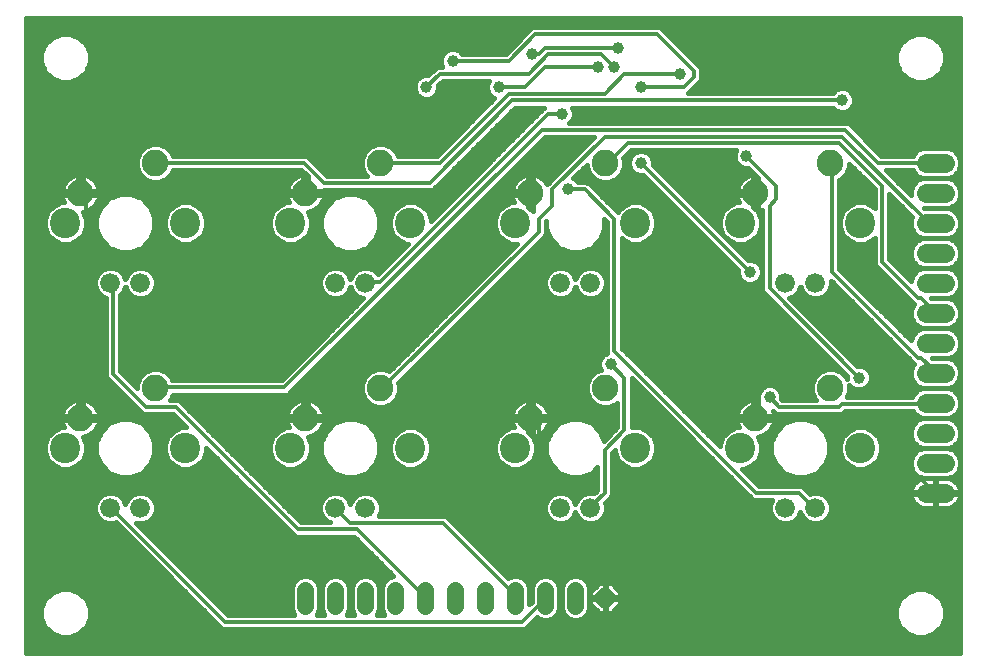
<source format=gbl>
G75*
%MOIN*%
%OFA0B0*%
%FSLAX24Y24*%
%IPPOS*%
%LPD*%
%AMOC8*
5,1,8,0,0,1.08239X$1,22.5*
%
%ADD10C,0.0886*%
%ADD11C,0.1012*%
%ADD12C,0.0660*%
%ADD13C,0.0640*%
%ADD14C,0.0560*%
%ADD15OC8,0.0640*%
%ADD16C,0.0120*%
%ADD17C,0.0160*%
%ADD18C,0.0390*%
D10*
X002680Y008680D03*
X005180Y009680D03*
X010180Y008680D03*
X012680Y009680D03*
X017680Y008680D03*
X020180Y009680D03*
X025180Y008680D03*
X027680Y009680D03*
X025180Y016180D03*
X027680Y017180D03*
X020180Y017180D03*
X017680Y016180D03*
X012680Y017180D03*
X010180Y016180D03*
X005180Y017180D03*
X002680Y016180D03*
D11*
X002180Y015180D03*
X006180Y015180D03*
X009680Y015180D03*
X013680Y015180D03*
X017180Y015180D03*
X021180Y015180D03*
X024680Y015180D03*
X028680Y015180D03*
X028680Y007680D03*
X024680Y007680D03*
X021180Y007680D03*
X017180Y007680D03*
X013680Y007680D03*
X009680Y007680D03*
X006180Y007680D03*
X002180Y007680D03*
D12*
X003680Y005680D03*
X004680Y005680D03*
X011180Y005680D03*
X012180Y005680D03*
X018680Y005680D03*
X019680Y005680D03*
X026180Y005680D03*
X027180Y005680D03*
X027180Y013180D03*
X026180Y013180D03*
X019680Y013180D03*
X018680Y013180D03*
X012180Y013180D03*
X011180Y013180D03*
X004680Y013180D03*
X003680Y013180D03*
D13*
X030860Y013180D02*
X031500Y013180D01*
X031500Y012180D02*
X030860Y012180D01*
X030860Y011180D02*
X031500Y011180D01*
X031500Y010180D02*
X030860Y010180D01*
X030860Y009180D02*
X031500Y009180D01*
X031500Y008180D02*
X030860Y008180D01*
X030860Y007180D02*
X031500Y007180D01*
X031500Y006180D02*
X030860Y006180D01*
X030860Y014180D02*
X031500Y014180D01*
X031500Y015180D02*
X030860Y015180D01*
X030860Y016180D02*
X031500Y016180D01*
X031500Y017180D02*
X030860Y017180D01*
D14*
X019180Y002960D02*
X019180Y002400D01*
X018180Y002400D02*
X018180Y002960D01*
X017180Y002960D02*
X017180Y002400D01*
X016180Y002400D02*
X016180Y002960D01*
X015180Y002960D02*
X015180Y002400D01*
X014180Y002400D02*
X014180Y002960D01*
X013180Y002960D02*
X013180Y002400D01*
X012180Y002400D02*
X012180Y002960D01*
X011180Y002960D02*
X011180Y002400D01*
X010180Y002400D02*
X010180Y002960D01*
D15*
X020180Y002680D03*
D16*
X020150Y002770D01*
X020150Y003430D01*
X017950Y005630D01*
X017950Y008380D01*
X017730Y008600D01*
X017680Y008680D01*
X017620Y008710D01*
X012010Y008710D01*
X012010Y011020D01*
X017070Y016080D01*
X017620Y016080D01*
X017680Y016180D01*
X018390Y016300D02*
X018390Y015750D01*
X017950Y015310D01*
X017950Y014870D01*
X012780Y009700D01*
X012680Y009680D01*
X012010Y008710D02*
X010250Y008710D01*
X010180Y008680D01*
X009480Y009700D02*
X005190Y009700D01*
X005180Y009680D01*
X004860Y009040D02*
X003760Y010140D01*
X003760Y013110D01*
X003680Y013180D01*
X002770Y014760D02*
X002880Y014870D01*
X002880Y015970D01*
X002770Y016080D01*
X002680Y016180D01*
X002770Y016190D01*
X010140Y016190D01*
X010180Y016180D01*
X010800Y016520D02*
X010140Y017180D01*
X005180Y017180D01*
X002770Y014760D02*
X002770Y008710D01*
X002680Y008680D01*
X004860Y009040D02*
X005850Y009040D01*
X009920Y004970D01*
X011900Y004970D01*
X014100Y002770D01*
X014180Y002680D01*
X014760Y005190D02*
X017180Y002770D01*
X017180Y002680D01*
X017400Y001890D02*
X007500Y001890D01*
X003760Y005630D01*
X003680Y005680D01*
X009480Y009700D02*
X018060Y018280D01*
X028180Y018280D01*
X029280Y017180D01*
X031180Y017180D01*
X029390Y016410D02*
X027960Y017840D01*
X020920Y017840D01*
X020260Y017180D01*
X020180Y017180D01*
X020150Y018060D02*
X018390Y016300D01*
X018940Y016300D02*
X019490Y016300D01*
X020480Y015310D01*
X020480Y010910D01*
X025210Y006180D01*
X026640Y006180D01*
X027080Y005740D01*
X027180Y005680D01*
X028620Y008710D02*
X031150Y006180D01*
X031180Y006180D01*
X028620Y008710D02*
X025210Y008710D01*
X025180Y008680D01*
X025210Y008710D02*
X025210Y009480D01*
X025430Y009700D01*
X025430Y015420D01*
X025210Y015640D01*
X025210Y016080D01*
X025180Y016180D01*
X025650Y015750D02*
X025870Y015970D01*
X025870Y016410D01*
X024880Y017400D01*
X025650Y015750D02*
X025650Y013000D01*
X028620Y010030D01*
X028070Y009150D02*
X027960Y009040D01*
X025980Y009040D01*
X025650Y009370D01*
X028070Y009150D02*
X031150Y009150D01*
X031180Y009180D01*
X031180Y010180D02*
X031150Y010250D01*
X030710Y010690D01*
X030600Y010690D01*
X027740Y013550D01*
X027740Y017180D01*
X027680Y017180D01*
X028070Y018060D02*
X020150Y018060D01*
X021360Y017180D02*
X024990Y013550D01*
X029390Y013880D02*
X029390Y016410D01*
X030930Y015200D02*
X028070Y018060D01*
X028070Y019270D02*
X017070Y019270D01*
X014320Y016520D01*
X010800Y016520D01*
X012680Y017180D02*
X014650Y017180D01*
X016960Y019490D01*
X020150Y019490D01*
X020810Y020150D01*
X022680Y020150D01*
X022790Y019710D02*
X023120Y020040D01*
X023120Y020260D01*
X021910Y021470D01*
X017840Y021470D01*
X016960Y020590D01*
X015090Y020590D01*
X014650Y020150D02*
X014210Y019710D01*
X014650Y020150D02*
X017620Y020150D01*
X018280Y020810D01*
X020040Y020810D01*
X020480Y020370D01*
X019930Y020370D02*
X018170Y020370D01*
X017510Y019710D01*
X016630Y019710D01*
X017730Y020810D02*
X017950Y020810D01*
X018170Y021030D01*
X020590Y021030D01*
X021360Y019710D02*
X022790Y019710D01*
X018720Y018830D02*
X018280Y018830D01*
X012670Y013220D01*
X012230Y013220D01*
X012180Y013180D01*
X020370Y010470D02*
X020810Y010030D01*
X020810Y008270D01*
X020150Y007610D01*
X020150Y006180D01*
X019710Y005740D01*
X019680Y005680D01*
X018180Y002680D02*
X018170Y002660D01*
X017400Y001890D01*
X014760Y005190D02*
X011680Y005190D01*
X011240Y005630D01*
X011180Y005680D01*
X029390Y013880D02*
X030600Y012670D01*
X030710Y012670D01*
X031150Y012230D01*
X031180Y012180D01*
X031180Y015180D02*
X031150Y015200D01*
X030930Y015200D01*
D17*
X000860Y022000D02*
X000860Y000860D01*
X032000Y000860D01*
X032000Y022000D01*
X000860Y022000D01*
X000860Y021919D02*
X032000Y021919D01*
X032000Y021761D02*
X000860Y021761D01*
X000860Y021602D02*
X017633Y021602D01*
X017637Y021606D02*
X016861Y020830D01*
X015409Y020830D01*
X015314Y020925D01*
X015169Y020985D01*
X015011Y020985D01*
X014866Y020925D01*
X014755Y020814D01*
X014695Y020669D01*
X014695Y020511D01*
X014745Y020390D01*
X014602Y020390D01*
X014514Y020353D01*
X014266Y020105D01*
X014131Y020105D01*
X013986Y020045D01*
X013875Y019934D01*
X013815Y019789D01*
X013815Y019631D01*
X013875Y019486D01*
X013986Y019375D01*
X014131Y019315D01*
X014289Y019315D01*
X014434Y019375D01*
X014545Y019486D01*
X014605Y019631D01*
X014605Y019766D01*
X014749Y019910D01*
X016285Y019910D01*
X016235Y019789D01*
X016235Y019631D01*
X016295Y019486D01*
X016406Y019375D01*
X016477Y019346D01*
X014551Y017420D01*
X013255Y017420D01*
X013208Y017533D01*
X013033Y017708D01*
X012804Y017803D01*
X012556Y017803D01*
X012327Y017708D01*
X012152Y017533D01*
X012057Y017304D01*
X012057Y017056D01*
X012152Y016827D01*
X012219Y016760D01*
X010899Y016760D01*
X010343Y017316D01*
X010276Y017383D01*
X010188Y017420D01*
X005755Y017420D01*
X005708Y017533D01*
X005533Y017708D01*
X005304Y017803D01*
X005056Y017803D01*
X004827Y017708D01*
X004652Y017533D01*
X004557Y017304D01*
X004557Y017056D01*
X004652Y016827D01*
X004827Y016652D01*
X005056Y016557D01*
X005304Y016557D01*
X005533Y016652D01*
X005708Y016827D01*
X005755Y016940D01*
X010041Y016940D01*
X010248Y016733D01*
X010248Y016248D01*
X010800Y016248D01*
X010795Y016280D01*
X014368Y016280D01*
X014456Y016317D01*
X014523Y016384D01*
X017169Y019030D01*
X018141Y019030D01*
X018077Y018966D01*
X014366Y015256D01*
X014366Y015316D01*
X014262Y015569D01*
X014069Y015762D01*
X013816Y015866D01*
X013544Y015866D01*
X013291Y015762D01*
X013098Y015569D01*
X012994Y015316D01*
X012994Y015044D01*
X013098Y014791D01*
X013291Y014598D01*
X013544Y014494D01*
X013604Y014494D01*
X012596Y013485D01*
X012469Y013612D01*
X012281Y013690D01*
X012079Y013690D01*
X011891Y013612D01*
X011748Y013469D01*
X011680Y013306D01*
X011612Y013469D01*
X011469Y013612D01*
X011281Y013690D01*
X011079Y013690D01*
X010891Y013612D01*
X010748Y013469D01*
X010670Y013281D01*
X010670Y013079D01*
X010748Y012891D01*
X010891Y012748D01*
X011079Y012670D01*
X011281Y012670D01*
X011469Y012748D01*
X011612Y012891D01*
X011680Y013054D01*
X011748Y012891D01*
X011891Y012748D01*
X012079Y012670D01*
X012111Y012670D01*
X009381Y009940D01*
X005747Y009940D01*
X005708Y010033D01*
X005533Y010208D01*
X005304Y010303D01*
X005056Y010303D01*
X004827Y010208D01*
X004652Y010033D01*
X004557Y009804D01*
X004557Y009682D01*
X004000Y010239D01*
X004000Y012779D01*
X004112Y012891D01*
X004180Y013054D01*
X004248Y012891D01*
X004391Y012748D01*
X004579Y012670D01*
X004781Y012670D01*
X004969Y012748D01*
X005112Y012891D01*
X005190Y013079D01*
X005190Y013281D01*
X005112Y013469D01*
X004969Y013612D01*
X004781Y013690D01*
X004579Y013690D01*
X004391Y013612D01*
X004248Y013469D01*
X004180Y013306D01*
X004112Y013469D01*
X003969Y013612D01*
X003781Y013690D01*
X003579Y013690D01*
X003391Y013612D01*
X003248Y013469D01*
X003170Y013281D01*
X003170Y013079D01*
X003248Y012891D01*
X003391Y012748D01*
X003520Y012694D01*
X003520Y010092D01*
X003557Y010004D01*
X003624Y009937D01*
X004724Y008837D01*
X004812Y008800D01*
X005751Y008800D01*
X006184Y008366D01*
X006044Y008366D01*
X005791Y008262D01*
X005598Y008069D01*
X005494Y007816D01*
X005494Y007544D01*
X005598Y007291D01*
X005791Y007098D01*
X006044Y006994D01*
X006316Y006994D01*
X006569Y007098D01*
X006762Y007291D01*
X006866Y007544D01*
X006866Y007684D01*
X009784Y004767D01*
X009872Y004730D01*
X011801Y004730D01*
X013111Y003420D01*
X013088Y003420D01*
X012919Y003350D01*
X012790Y003221D01*
X012720Y003051D01*
X012720Y002308D01*
X012790Y002139D01*
X012799Y002130D01*
X012561Y002130D01*
X012570Y002139D01*
X012640Y002308D01*
X012640Y003051D01*
X012570Y003221D01*
X012441Y003350D01*
X012271Y003420D01*
X012088Y003420D01*
X011919Y003350D01*
X011790Y003221D01*
X011720Y003051D01*
X011720Y002308D01*
X011790Y002139D01*
X011799Y002130D01*
X011561Y002130D01*
X011570Y002139D01*
X011640Y002308D01*
X011640Y003051D01*
X011570Y003221D01*
X011441Y003350D01*
X011271Y003420D01*
X011088Y003420D01*
X010919Y003350D01*
X010790Y003221D01*
X010720Y003051D01*
X010720Y002308D01*
X010790Y002139D01*
X010799Y002130D01*
X010561Y002130D01*
X010570Y002139D01*
X010640Y002308D01*
X010640Y003051D01*
X010570Y003221D01*
X010441Y003350D01*
X010271Y003420D01*
X010088Y003420D01*
X009919Y003350D01*
X009790Y003221D01*
X009720Y003051D01*
X009720Y002308D01*
X009790Y002139D01*
X009799Y002130D01*
X007599Y002130D01*
X004546Y005184D01*
X004579Y005170D01*
X004781Y005170D01*
X004969Y005248D01*
X005112Y005391D01*
X005190Y005579D01*
X005190Y005781D01*
X005112Y005969D01*
X004969Y006112D01*
X004781Y006190D01*
X004579Y006190D01*
X004391Y006112D01*
X004248Y005969D01*
X004180Y005806D01*
X004112Y005969D01*
X003969Y006112D01*
X003781Y006190D01*
X003579Y006190D01*
X003391Y006112D01*
X003248Y005969D01*
X003170Y005781D01*
X003170Y005579D01*
X003248Y005391D01*
X003391Y005248D01*
X003579Y005170D01*
X003781Y005170D01*
X003852Y005199D01*
X007364Y001687D01*
X007452Y001650D01*
X017448Y001650D01*
X017536Y001687D01*
X017603Y001754D01*
X017889Y002040D01*
X017919Y002010D01*
X018088Y001940D01*
X018271Y001940D01*
X018441Y002010D01*
X018570Y002139D01*
X018640Y002308D01*
X018640Y003051D01*
X018570Y003221D01*
X018441Y003350D01*
X018271Y003420D01*
X018088Y003420D01*
X017919Y003350D01*
X017790Y003221D01*
X017720Y003051D01*
X017720Y002549D01*
X017640Y002469D01*
X017640Y003051D01*
X017570Y003221D01*
X017441Y003350D01*
X017271Y003420D01*
X017088Y003420D01*
X016934Y003356D01*
X014963Y005326D01*
X014896Y005393D01*
X014808Y005430D01*
X012628Y005430D01*
X012690Y005579D01*
X012690Y005781D01*
X012612Y005969D01*
X012469Y006112D01*
X012281Y006190D01*
X012079Y006190D01*
X011891Y006112D01*
X011748Y005969D01*
X011680Y005806D01*
X011612Y005969D01*
X011469Y006112D01*
X011281Y006190D01*
X011079Y006190D01*
X010891Y006112D01*
X010748Y005969D01*
X010670Y005781D01*
X010670Y005579D01*
X010748Y005391D01*
X010891Y005248D01*
X010982Y005210D01*
X010019Y005210D01*
X006053Y009176D01*
X005986Y009243D01*
X005898Y009280D01*
X005661Y009280D01*
X005708Y009327D01*
X005763Y009460D01*
X009528Y009460D01*
X009616Y009497D01*
X009683Y009564D01*
X018159Y018040D01*
X019791Y018040D01*
X018254Y016503D01*
X018228Y016477D01*
X018213Y016506D01*
X018155Y016586D01*
X018086Y016655D01*
X018006Y016713D01*
X017919Y016757D01*
X017826Y016788D01*
X017748Y016800D01*
X017748Y016248D01*
X017612Y016248D01*
X017612Y016112D01*
X017060Y016112D01*
X017072Y016034D01*
X017103Y015941D01*
X017141Y015866D01*
X017044Y015866D01*
X016791Y015762D01*
X016598Y015569D01*
X016494Y015316D01*
X016494Y015044D01*
X016598Y014791D01*
X016791Y014598D01*
X017044Y014494D01*
X017234Y014494D01*
X012973Y010233D01*
X012804Y010303D01*
X012556Y010303D01*
X012327Y010208D01*
X012152Y010033D01*
X012057Y009804D01*
X012057Y009556D01*
X009675Y009556D01*
X009834Y009715D02*
X012057Y009715D01*
X012057Y009556D02*
X012152Y009327D01*
X012327Y009152D01*
X012556Y009057D01*
X012804Y009057D01*
X013033Y009152D01*
X013208Y009327D01*
X013303Y009556D01*
X019557Y009556D01*
X019652Y009327D01*
X019827Y009152D01*
X020056Y009057D01*
X020304Y009057D01*
X020533Y009152D01*
X020570Y009189D01*
X020570Y008369D01*
X020126Y007925D01*
X020000Y008228D01*
X019728Y008500D01*
X019372Y008647D01*
X018988Y008647D01*
X018632Y008500D01*
X018360Y008228D01*
X018213Y007872D01*
X018213Y007488D01*
X018360Y007132D01*
X018632Y006860D01*
X018988Y006713D01*
X019372Y006713D01*
X019728Y006860D01*
X019910Y007042D01*
X019910Y006279D01*
X019809Y006179D01*
X019781Y006190D01*
X019579Y006190D01*
X019391Y006112D01*
X019248Y005969D01*
X019180Y005806D01*
X019112Y005969D01*
X018969Y006112D01*
X018781Y006190D01*
X018579Y006190D01*
X018391Y006112D01*
X018248Y005969D01*
X018170Y005781D01*
X018170Y005579D01*
X018248Y005391D01*
X018391Y005248D01*
X018579Y005170D01*
X018781Y005170D01*
X018969Y005248D01*
X019112Y005391D01*
X019180Y005554D01*
X019248Y005391D01*
X019391Y005248D01*
X019579Y005170D01*
X019781Y005170D01*
X019969Y005248D01*
X020112Y005391D01*
X020190Y005579D01*
X020190Y005781D01*
X020161Y005852D01*
X020353Y006044D01*
X020390Y006132D01*
X020390Y007511D01*
X020494Y007614D01*
X020494Y007544D01*
X020598Y007291D01*
X020791Y007098D01*
X021044Y006994D01*
X021316Y006994D01*
X021569Y007098D01*
X021762Y007291D01*
X021866Y007544D01*
X021866Y007816D01*
X021762Y008069D01*
X021569Y008262D01*
X021316Y008366D01*
X021050Y008366D01*
X021050Y010001D01*
X025007Y006044D01*
X025074Y005977D01*
X025162Y005940D01*
X025736Y005940D01*
X025670Y005781D01*
X025670Y005579D01*
X025748Y005391D01*
X025891Y005248D01*
X026079Y005170D01*
X026281Y005170D01*
X026469Y005248D01*
X026612Y005391D01*
X026680Y005554D01*
X026748Y005391D01*
X026891Y005248D01*
X027079Y005170D01*
X027281Y005170D01*
X027469Y005248D01*
X027612Y005391D01*
X027690Y005579D01*
X027690Y005781D01*
X027612Y005969D01*
X027469Y006112D01*
X027281Y006190D01*
X027079Y006190D01*
X027001Y006158D01*
X026776Y006383D01*
X026688Y006420D01*
X025309Y006420D01*
X024736Y006994D01*
X024816Y006994D01*
X025069Y007098D01*
X025262Y007291D01*
X025366Y007544D01*
X025366Y007816D01*
X025264Y008063D01*
X025326Y008072D01*
X025419Y008103D01*
X025506Y008147D01*
X025586Y008205D01*
X025655Y008274D01*
X025713Y008354D01*
X025757Y008441D01*
X025788Y008534D01*
X025800Y008612D01*
X025248Y008612D01*
X025248Y008748D01*
X025800Y008748D01*
X025788Y008826D01*
X025757Y008919D01*
X025753Y008928D01*
X025844Y008837D01*
X025932Y008800D01*
X028008Y008800D01*
X028096Y008837D01*
X028163Y008904D01*
X028169Y008910D01*
X030431Y008910D01*
X030436Y008897D01*
X030577Y008756D01*
X030761Y008680D01*
X031599Y008680D01*
X031783Y008756D01*
X031924Y008897D01*
X032000Y009081D01*
X032000Y009279D01*
X031924Y009463D01*
X031783Y009604D01*
X031599Y009680D01*
X030761Y009680D01*
X030577Y009604D01*
X030436Y009463D01*
X030406Y009390D01*
X028234Y009390D01*
X028303Y009556D01*
X030529Y009556D01*
X030409Y009398D02*
X028237Y009398D01*
X028303Y009556D02*
X028303Y009788D01*
X028396Y009695D01*
X028541Y009635D01*
X028699Y009635D01*
X028844Y009695D01*
X028955Y009806D01*
X029015Y009951D01*
X029015Y010109D01*
X028955Y010254D01*
X028844Y010365D01*
X028699Y010425D01*
X028564Y010425D01*
X026308Y012681D01*
X026469Y012748D01*
X026612Y012891D01*
X026680Y013054D01*
X026748Y012891D01*
X026891Y012748D01*
X027079Y012670D01*
X027281Y012670D01*
X027469Y012748D01*
X027612Y012891D01*
X027690Y013079D01*
X027690Y013261D01*
X030462Y010489D01*
X030436Y010463D01*
X030360Y010279D01*
X030360Y010081D01*
X030436Y009897D01*
X030577Y009756D01*
X030761Y009680D01*
X031599Y009680D01*
X031783Y009756D01*
X031924Y009897D01*
X032000Y010081D01*
X032000Y010279D01*
X031924Y010463D01*
X031783Y010604D01*
X031599Y010680D01*
X031783Y010756D01*
X031924Y010897D01*
X032000Y011081D01*
X032000Y011279D01*
X031924Y011463D01*
X031783Y011604D01*
X031599Y011680D01*
X031783Y011756D01*
X031924Y011897D01*
X032000Y012081D01*
X032000Y012279D01*
X031924Y012463D01*
X031783Y012604D01*
X031599Y012680D01*
X031783Y012756D01*
X031924Y012897D01*
X032000Y013081D01*
X032000Y013279D01*
X031924Y013463D01*
X031783Y013604D01*
X031599Y013680D01*
X030761Y013680D01*
X030577Y013604D01*
X030436Y013463D01*
X030360Y013279D01*
X030360Y013249D01*
X029630Y013979D01*
X029630Y016161D01*
X030404Y015386D01*
X030360Y015279D01*
X030360Y015081D01*
X030436Y014897D01*
X030577Y014756D01*
X030761Y014680D01*
X031599Y014680D01*
X031783Y014756D01*
X031924Y014897D01*
X032000Y015081D01*
X032000Y015279D01*
X031924Y015463D01*
X031783Y015604D01*
X031599Y015680D01*
X031783Y015756D01*
X031924Y015897D01*
X032000Y016081D01*
X032000Y016279D01*
X031924Y016463D01*
X031783Y016604D01*
X031599Y016680D01*
X031783Y016756D01*
X031924Y016897D01*
X032000Y017081D01*
X032000Y017279D01*
X031924Y017463D01*
X031783Y017604D01*
X031599Y017680D01*
X030761Y017680D01*
X030577Y017604D01*
X030436Y017463D01*
X030418Y017420D01*
X029379Y017420D01*
X028383Y018416D01*
X028316Y018483D01*
X028228Y018520D01*
X018969Y018520D01*
X019055Y018606D01*
X019115Y018751D01*
X019115Y018909D01*
X019065Y019030D01*
X027751Y019030D01*
X027846Y018935D01*
X027991Y018875D01*
X028149Y018875D01*
X028294Y018935D01*
X028405Y019046D01*
X028465Y019191D01*
X028465Y019349D01*
X028405Y019494D01*
X028294Y019605D01*
X028149Y019665D01*
X027991Y019665D01*
X027846Y019605D01*
X027751Y019510D01*
X022929Y019510D01*
X022993Y019574D01*
X023323Y019904D01*
X023360Y019992D01*
X023360Y020308D01*
X023323Y020396D01*
X023256Y020463D01*
X022046Y021673D01*
X021958Y021710D01*
X017792Y021710D01*
X017704Y021673D01*
X017637Y021606D01*
X017474Y021444D02*
X002440Y021444D01*
X002340Y021485D02*
X002020Y021485D01*
X001724Y021362D01*
X001498Y021136D01*
X001375Y020840D01*
X001375Y020520D01*
X001498Y020224D01*
X001724Y019998D01*
X002020Y019875D01*
X002340Y019875D01*
X002636Y019998D01*
X002862Y020224D01*
X002985Y020520D01*
X002985Y020840D01*
X002862Y021136D01*
X002636Y021362D01*
X002340Y021485D01*
X002713Y021285D02*
X017316Y021285D01*
X017157Y021127D02*
X002866Y021127D01*
X002932Y020968D02*
X014970Y020968D01*
X015210Y020968D02*
X016999Y020968D01*
X016264Y019859D02*
X014698Y019859D01*
X014605Y019700D02*
X016235Y019700D01*
X016272Y019542D02*
X014568Y019542D01*
X014442Y019383D02*
X016398Y019383D01*
X016355Y019225D02*
X000860Y019225D01*
X000860Y019383D02*
X013978Y019383D01*
X013852Y019542D02*
X000860Y019542D01*
X000860Y019700D02*
X013815Y019700D01*
X013844Y019859D02*
X000860Y019859D01*
X000860Y020017D02*
X001705Y020017D01*
X001546Y020176D02*
X000860Y020176D01*
X000860Y020334D02*
X001452Y020334D01*
X001386Y020493D02*
X000860Y020493D01*
X000860Y020651D02*
X001375Y020651D01*
X001375Y020810D02*
X000860Y020810D01*
X000860Y020968D02*
X001428Y020968D01*
X001494Y021127D02*
X000860Y021127D01*
X000860Y021285D02*
X001647Y021285D01*
X001920Y021444D02*
X000860Y021444D01*
X002655Y020017D02*
X013958Y020017D01*
X014336Y020176D02*
X002814Y020176D01*
X002908Y020334D02*
X014495Y020334D01*
X014703Y020493D02*
X002974Y020493D01*
X002985Y020651D02*
X014695Y020651D01*
X014753Y020810D02*
X002985Y020810D01*
X000860Y019066D02*
X016197Y019066D01*
X016038Y018908D02*
X000860Y018908D01*
X000860Y018749D02*
X015880Y018749D01*
X015721Y018591D02*
X000860Y018591D01*
X000860Y018432D02*
X015563Y018432D01*
X015404Y018274D02*
X000860Y018274D01*
X000860Y018115D02*
X015246Y018115D01*
X015087Y017957D02*
X000860Y017957D01*
X000860Y017798D02*
X005044Y017798D01*
X005316Y017798D02*
X012544Y017798D01*
X012816Y017798D02*
X014929Y017798D01*
X014770Y017640D02*
X013101Y017640D01*
X013230Y017481D02*
X014612Y017481D01*
X015145Y017006D02*
X016116Y017006D01*
X016275Y017164D02*
X015303Y017164D01*
X015462Y017323D02*
X016433Y017323D01*
X016592Y017481D02*
X015620Y017481D01*
X015779Y017640D02*
X016750Y017640D01*
X016909Y017798D02*
X015937Y017798D01*
X016096Y017957D02*
X017067Y017957D01*
X017226Y018115D02*
X016254Y018115D01*
X016413Y018274D02*
X017384Y018274D01*
X017543Y018432D02*
X016571Y018432D01*
X016730Y018591D02*
X017701Y018591D01*
X017860Y018749D02*
X016888Y018749D01*
X017047Y018908D02*
X018018Y018908D01*
X018077Y018966D02*
X018077Y018966D01*
X019039Y018591D02*
X032000Y018591D01*
X032000Y018749D02*
X019114Y018749D01*
X019115Y018908D02*
X027913Y018908D01*
X028227Y018908D02*
X032000Y018908D01*
X032000Y019066D02*
X028413Y019066D01*
X028465Y019225D02*
X032000Y019225D01*
X032000Y019383D02*
X028451Y019383D01*
X028357Y019542D02*
X032000Y019542D01*
X032000Y019700D02*
X023119Y019700D01*
X022961Y019542D02*
X027783Y019542D01*
X028367Y018432D02*
X032000Y018432D01*
X032000Y018274D02*
X028526Y018274D01*
X028684Y018115D02*
X032000Y018115D01*
X032000Y017957D02*
X028843Y017957D01*
X029001Y017798D02*
X032000Y017798D01*
X032000Y017640D02*
X031697Y017640D01*
X031906Y017481D02*
X032000Y017481D01*
X032000Y017323D02*
X031982Y017323D01*
X032000Y017164D02*
X032000Y017164D01*
X032000Y017006D02*
X031969Y017006D01*
X032000Y016847D02*
X031874Y016847D01*
X032000Y016689D02*
X031620Y016689D01*
X031599Y016680D02*
X030761Y016680D01*
X030577Y016756D01*
X030436Y016897D01*
X030418Y016940D01*
X029529Y016940D01*
X030360Y016109D01*
X030360Y016279D01*
X030436Y016463D01*
X030577Y016604D01*
X030761Y016680D01*
X031599Y016680D01*
X031857Y016530D02*
X032000Y016530D01*
X032000Y016372D02*
X031962Y016372D01*
X032000Y016213D02*
X032000Y016213D01*
X031989Y016055D02*
X032000Y016055D01*
X032000Y015896D02*
X031923Y015896D01*
X032000Y015738D02*
X031738Y015738D01*
X031599Y015680D02*
X030789Y015680D01*
X030789Y015680D01*
X031599Y015680D01*
X031808Y015579D02*
X032000Y015579D01*
X032000Y015421D02*
X031942Y015421D01*
X032000Y015262D02*
X032000Y015262D01*
X032000Y015104D02*
X032000Y015104D01*
X032000Y014945D02*
X031944Y014945D01*
X032000Y014787D02*
X031814Y014787D01*
X031725Y014628D02*
X032000Y014628D01*
X032000Y014470D02*
X031918Y014470D01*
X031924Y014463D02*
X031783Y014604D01*
X031599Y014680D01*
X030761Y014680D01*
X030577Y014604D01*
X030436Y014463D01*
X030360Y014279D01*
X030360Y014081D01*
X030436Y013897D01*
X030577Y013756D01*
X030761Y013680D01*
X031599Y013680D01*
X031783Y013756D01*
X031924Y013897D01*
X032000Y014081D01*
X032000Y014279D01*
X031924Y014463D01*
X031987Y014311D02*
X032000Y014311D01*
X032000Y014153D02*
X032000Y014153D01*
X032000Y013994D02*
X031964Y013994D01*
X032000Y013836D02*
X031863Y013836D01*
X032000Y013677D02*
X031607Y013677D01*
X031869Y013519D02*
X032000Y013519D01*
X032000Y013360D02*
X031967Y013360D01*
X032000Y013202D02*
X032000Y013202D01*
X031984Y013043D02*
X032000Y013043D01*
X032000Y012885D02*
X031912Y012885D01*
X032000Y012726D02*
X031711Y012726D01*
X031599Y012680D02*
X031039Y012680D01*
X031039Y012680D01*
X031599Y012680D01*
X031820Y012568D02*
X032000Y012568D01*
X032000Y012409D02*
X031946Y012409D01*
X032000Y012251D02*
X032000Y012251D01*
X032000Y012092D02*
X032000Y012092D01*
X032000Y011934D02*
X031939Y011934D01*
X032000Y011775D02*
X031802Y011775D01*
X031753Y011617D02*
X032000Y011617D01*
X032000Y011458D02*
X031926Y011458D01*
X031992Y011300D02*
X032000Y011300D01*
X032000Y011141D02*
X032000Y011141D01*
X032000Y010983D02*
X031959Y010983D01*
X032000Y010824D02*
X031851Y010824D01*
X032000Y010666D02*
X031634Y010666D01*
X031599Y010680D02*
X031059Y010680D01*
X031599Y010680D01*
X031880Y010507D02*
X032000Y010507D01*
X032000Y010349D02*
X031971Y010349D01*
X032000Y010190D02*
X032000Y010190D01*
X032000Y010032D02*
X031980Y010032D01*
X032000Y009873D02*
X031900Y009873D01*
X032000Y009715D02*
X031683Y009715D01*
X031831Y009556D02*
X032000Y009556D01*
X032000Y009398D02*
X031951Y009398D01*
X032000Y009239D02*
X032000Y009239D01*
X032000Y009081D02*
X032000Y009081D01*
X032000Y008922D02*
X031934Y008922D01*
X032000Y008764D02*
X031791Y008764D01*
X031780Y008605D02*
X032000Y008605D01*
X032000Y008447D02*
X031931Y008447D01*
X031924Y008463D02*
X031783Y008604D01*
X031599Y008680D01*
X030761Y008680D01*
X030577Y008604D01*
X030436Y008463D01*
X030360Y008279D01*
X030360Y008081D01*
X030436Y007897D01*
X030577Y007756D01*
X030761Y007680D01*
X031599Y007680D01*
X031783Y007756D01*
X031924Y007897D01*
X032000Y008081D01*
X032000Y008279D01*
X031924Y008463D01*
X031996Y008288D02*
X032000Y008288D01*
X032000Y008130D02*
X032000Y008130D01*
X032000Y007971D02*
X031955Y007971D01*
X032000Y007813D02*
X031840Y007813D01*
X031783Y007604D02*
X031599Y007680D01*
X030761Y007680D01*
X030577Y007604D01*
X030436Y007463D01*
X030360Y007279D01*
X030360Y007081D01*
X030436Y006897D01*
X030577Y006756D01*
X030761Y006680D01*
X031599Y006680D01*
X031783Y006756D01*
X031924Y006897D01*
X032000Y007081D01*
X032000Y007279D01*
X031924Y007463D01*
X031783Y007604D01*
X031662Y007654D02*
X032000Y007654D01*
X032000Y007496D02*
X031892Y007496D01*
X031976Y007337D02*
X032000Y007337D01*
X032000Y007179D02*
X032000Y007179D01*
X032000Y007020D02*
X031975Y007020D01*
X032000Y006862D02*
X031889Y006862D01*
X032000Y006703D02*
X031655Y006703D01*
X031617Y006668D02*
X031539Y006680D01*
X031200Y006680D01*
X031200Y006200D01*
X031160Y006200D01*
X031160Y006680D01*
X030821Y006680D01*
X030743Y006668D01*
X030668Y006643D01*
X030598Y006608D01*
X030534Y006561D01*
X030479Y006506D01*
X030432Y006442D01*
X030397Y006372D01*
X030372Y006297D01*
X030360Y006219D01*
X030360Y006200D01*
X031160Y006200D01*
X031160Y006160D01*
X031200Y006160D01*
X031200Y006200D01*
X032000Y006200D01*
X032000Y006219D01*
X031988Y006297D01*
X031963Y006372D01*
X031928Y006442D01*
X031881Y006506D01*
X031826Y006561D01*
X031762Y006608D01*
X031692Y006643D01*
X031617Y006668D01*
X031843Y006545D02*
X032000Y006545D01*
X032000Y006386D02*
X031956Y006386D01*
X031999Y006228D02*
X032000Y006228D01*
X032000Y006160D02*
X031200Y006160D01*
X031200Y005680D01*
X031539Y005680D01*
X031617Y005692D01*
X031692Y005717D01*
X031762Y005752D01*
X031826Y005799D01*
X031881Y005854D01*
X031928Y005918D01*
X031963Y005988D01*
X031988Y006063D01*
X032000Y006141D01*
X032000Y006160D01*
X031989Y006069D02*
X032000Y006069D01*
X032000Y005911D02*
X031922Y005911D01*
X032000Y005752D02*
X031761Y005752D01*
X032000Y005594D02*
X027690Y005594D01*
X027690Y005752D02*
X030599Y005752D01*
X030598Y005752D02*
X030668Y005717D01*
X030743Y005692D01*
X030821Y005680D01*
X031160Y005680D01*
X031160Y006160D01*
X030360Y006160D01*
X030360Y006141D01*
X030372Y006063D01*
X030397Y005988D01*
X030432Y005918D01*
X030479Y005854D01*
X030534Y005799D01*
X030598Y005752D01*
X030438Y005911D02*
X027637Y005911D01*
X027512Y006069D02*
X030371Y006069D01*
X030361Y006228D02*
X026932Y006228D01*
X026770Y006386D02*
X030404Y006386D01*
X030517Y006545D02*
X025185Y006545D01*
X025026Y006703D02*
X030705Y006703D01*
X030471Y006862D02*
X027230Y006862D01*
X027228Y006860D02*
X027500Y007132D01*
X027647Y007488D01*
X027647Y007872D01*
X027500Y008228D01*
X027228Y008500D01*
X026872Y008647D01*
X026488Y008647D01*
X026132Y008500D01*
X025860Y008228D01*
X025713Y007872D01*
X025713Y007488D01*
X025860Y007132D01*
X026132Y006860D01*
X026488Y006713D01*
X026872Y006713D01*
X027228Y006860D01*
X027388Y007020D02*
X028480Y007020D01*
X028544Y006994D02*
X028291Y007098D01*
X028098Y007291D01*
X027994Y007544D01*
X027994Y007816D01*
X028098Y008069D01*
X028291Y008262D01*
X028544Y008366D01*
X028816Y008366D01*
X029069Y008262D01*
X029262Y008069D01*
X029366Y007816D01*
X029366Y007544D01*
X029262Y007291D01*
X029069Y007098D01*
X028816Y006994D01*
X028544Y006994D01*
X028880Y007020D02*
X030385Y007020D01*
X030360Y007179D02*
X029149Y007179D01*
X029281Y007337D02*
X030384Y007337D01*
X030468Y007496D02*
X029346Y007496D01*
X029366Y007654D02*
X030698Y007654D01*
X030520Y007813D02*
X029366Y007813D01*
X029302Y007971D02*
X030405Y007971D01*
X030360Y008130D02*
X029201Y008130D01*
X029005Y008288D02*
X030364Y008288D01*
X030429Y008447D02*
X027282Y008447D01*
X027440Y008288D02*
X028355Y008288D01*
X028159Y008130D02*
X027541Y008130D01*
X027607Y007971D02*
X028058Y007971D01*
X027994Y007813D02*
X027647Y007813D01*
X027647Y007654D02*
X027994Y007654D01*
X028014Y007496D02*
X027647Y007496D01*
X027585Y007337D02*
X028079Y007337D01*
X028211Y007179D02*
X027519Y007179D01*
X026130Y006862D02*
X024868Y006862D01*
X024880Y007020D02*
X025972Y007020D01*
X025841Y007179D02*
X025149Y007179D01*
X025281Y007337D02*
X025775Y007337D01*
X025713Y007496D02*
X025346Y007496D01*
X025366Y007654D02*
X025713Y007654D01*
X025713Y007813D02*
X025366Y007813D01*
X025302Y007971D02*
X025753Y007971D01*
X025819Y008130D02*
X025472Y008130D01*
X025665Y008288D02*
X025920Y008288D01*
X026078Y008447D02*
X025759Y008447D01*
X025799Y008605D02*
X026385Y008605D01*
X026975Y008605D02*
X030580Y008605D01*
X030569Y008764D02*
X025797Y008764D01*
X025759Y008922D02*
X025756Y008922D01*
X026079Y009280D02*
X026045Y009314D01*
X026045Y009449D01*
X025985Y009594D01*
X025874Y009705D01*
X025729Y009765D01*
X025571Y009765D01*
X025426Y009705D01*
X025315Y009594D01*
X025255Y009449D01*
X025255Y009299D01*
X025248Y009300D01*
X025248Y008748D01*
X025112Y008748D01*
X025112Y008612D01*
X024560Y008612D01*
X024572Y008534D01*
X024603Y008441D01*
X024641Y008366D01*
X024544Y008366D01*
X024291Y008262D01*
X024098Y008069D01*
X023994Y007816D01*
X023994Y007736D01*
X020720Y011009D01*
X020720Y014670D01*
X020791Y014598D01*
X021044Y014494D01*
X021316Y014494D01*
X021569Y014598D01*
X021762Y014791D01*
X021866Y015044D01*
X021866Y015316D01*
X021762Y015569D01*
X021569Y015762D01*
X021316Y015866D01*
X021044Y015866D01*
X020791Y015762D01*
X020598Y015569D01*
X020587Y015542D01*
X019626Y016503D01*
X019538Y016540D01*
X019259Y016540D01*
X019164Y016635D01*
X019093Y016664D01*
X019557Y017128D01*
X019557Y017056D01*
X019652Y016827D01*
X019827Y016652D01*
X020056Y016557D01*
X020304Y016557D01*
X020533Y016652D01*
X020708Y016827D01*
X020803Y017056D01*
X020803Y017304D01*
X020780Y017360D01*
X021019Y017600D01*
X024535Y017600D01*
X024485Y017479D01*
X024485Y017321D01*
X024545Y017176D01*
X024656Y017065D01*
X024801Y017005D01*
X024936Y017005D01*
X025248Y016693D01*
X025248Y016248D01*
X025112Y016248D01*
X025112Y016112D01*
X025112Y015718D01*
X025248Y015583D01*
X025248Y016112D01*
X025112Y016112D01*
X024560Y016112D01*
X024572Y016034D01*
X024603Y015941D01*
X024641Y015866D01*
X024544Y015866D01*
X024291Y015762D01*
X024098Y015569D01*
X023994Y015316D01*
X023994Y015044D01*
X024098Y014791D01*
X024291Y014598D01*
X024544Y014494D01*
X024816Y014494D01*
X025069Y014598D01*
X025262Y014791D01*
X025366Y015044D01*
X025366Y015316D01*
X025264Y015563D01*
X025326Y015572D01*
X025410Y015600D01*
X025410Y012952D01*
X025447Y012864D01*
X025514Y012797D01*
X028225Y010086D01*
X028225Y009992D01*
X028208Y010033D01*
X028033Y010208D01*
X027804Y010303D01*
X027556Y010303D01*
X027327Y010208D01*
X027152Y010033D01*
X027057Y009804D01*
X027057Y009556D01*
X026000Y009556D01*
X026045Y009398D02*
X027123Y009398D01*
X027152Y009327D02*
X027057Y009556D01*
X027057Y009715D02*
X025850Y009715D01*
X025450Y009715D02*
X022015Y009715D01*
X021856Y009873D02*
X027086Y009873D01*
X027151Y010032D02*
X021698Y010032D01*
X021539Y010190D02*
X027309Y010190D01*
X027804Y010507D02*
X021222Y010507D01*
X021064Y010666D02*
X027645Y010666D01*
X027487Y010824D02*
X020905Y010824D01*
X020747Y010983D02*
X027328Y010983D01*
X027170Y011141D02*
X020720Y011141D01*
X020720Y011300D02*
X027011Y011300D01*
X026853Y011458D02*
X020720Y011458D01*
X020720Y011617D02*
X026694Y011617D01*
X026536Y011775D02*
X020720Y011775D01*
X020720Y011934D02*
X026377Y011934D01*
X026219Y012092D02*
X020720Y012092D01*
X020720Y012251D02*
X026060Y012251D01*
X025902Y012409D02*
X020720Y012409D01*
X020720Y012568D02*
X025743Y012568D01*
X025585Y012726D02*
X020720Y012726D01*
X020720Y012885D02*
X025438Y012885D01*
X025410Y013043D02*
X020720Y013043D01*
X020720Y013202D02*
X024799Y013202D01*
X024766Y013215D02*
X024911Y013155D01*
X025069Y013155D01*
X025214Y013215D01*
X025325Y013326D01*
X025385Y013471D01*
X025385Y013629D01*
X025325Y013774D01*
X025214Y013885D01*
X025069Y013945D01*
X024934Y013945D01*
X021755Y017124D01*
X021755Y017259D01*
X021695Y017404D01*
X021584Y017515D01*
X021439Y017575D01*
X021281Y017575D01*
X021136Y017515D01*
X021025Y017404D01*
X020965Y017259D01*
X020965Y017101D01*
X021025Y016956D01*
X021136Y016845D01*
X021281Y016785D01*
X021416Y016785D01*
X024595Y013606D01*
X024595Y013471D01*
X024655Y013326D01*
X024766Y013215D01*
X024641Y013360D02*
X020720Y013360D01*
X020720Y013519D02*
X024595Y013519D01*
X024524Y013677D02*
X020720Y013677D01*
X020720Y013836D02*
X024365Y013836D01*
X024207Y013994D02*
X020720Y013994D01*
X020720Y014153D02*
X024048Y014153D01*
X023890Y014311D02*
X020720Y014311D01*
X020720Y014470D02*
X023731Y014470D01*
X023573Y014628D02*
X021598Y014628D01*
X021757Y014787D02*
X023414Y014787D01*
X023256Y014945D02*
X021825Y014945D01*
X021866Y015104D02*
X023097Y015104D01*
X022939Y015262D02*
X021866Y015262D01*
X021823Y015421D02*
X022780Y015421D01*
X022622Y015579D02*
X021751Y015579D01*
X021593Y015738D02*
X022463Y015738D01*
X022305Y015896D02*
X020233Y015896D01*
X020075Y016055D02*
X022146Y016055D01*
X021988Y016213D02*
X019916Y016213D01*
X019758Y016372D02*
X021829Y016372D01*
X021671Y016530D02*
X019562Y016530D01*
X019791Y016689D02*
X019118Y016689D01*
X019276Y016847D02*
X019644Y016847D01*
X019578Y017006D02*
X019435Y017006D01*
X019073Y017323D02*
X017442Y017323D01*
X017600Y017481D02*
X019232Y017481D01*
X019390Y017640D02*
X017759Y017640D01*
X017917Y017798D02*
X019549Y017798D01*
X019707Y017957D02*
X018076Y017957D01*
X017283Y017164D02*
X018915Y017164D01*
X018756Y017006D02*
X017125Y017006D01*
X016966Y016847D02*
X018598Y016847D01*
X018439Y016689D02*
X018040Y016689D01*
X018196Y016530D02*
X018281Y016530D01*
X017748Y016530D02*
X017612Y016530D01*
X017612Y016372D02*
X017748Y016372D01*
X017612Y016248D02*
X017612Y016800D01*
X017534Y016788D01*
X017441Y016757D01*
X017354Y016713D01*
X017274Y016655D01*
X017205Y016586D01*
X017147Y016506D01*
X017103Y016419D01*
X017072Y016326D01*
X017060Y016248D01*
X017612Y016248D01*
X017612Y016213D02*
X016332Y016213D01*
X016174Y016055D02*
X017069Y016055D01*
X017126Y015896D02*
X016015Y015896D01*
X015857Y015738D02*
X016767Y015738D01*
X016609Y015579D02*
X015698Y015579D01*
X015540Y015421D02*
X016537Y015421D01*
X016494Y015262D02*
X015381Y015262D01*
X015223Y015104D02*
X016494Y015104D01*
X016535Y014945D02*
X015064Y014945D01*
X014906Y014787D02*
X016603Y014787D01*
X016762Y014628D02*
X014747Y014628D01*
X014589Y014470D02*
X017210Y014470D01*
X017052Y014311D02*
X014430Y014311D01*
X014272Y014153D02*
X016893Y014153D01*
X016735Y013994D02*
X014113Y013994D01*
X013955Y013836D02*
X016576Y013836D01*
X016418Y013677D02*
X013796Y013677D01*
X013638Y013519D02*
X016259Y013519D01*
X016101Y013360D02*
X013479Y013360D01*
X013321Y013202D02*
X015942Y013202D01*
X015784Y013043D02*
X013162Y013043D01*
X013004Y012885D02*
X015625Y012885D01*
X015467Y012726D02*
X012845Y012726D01*
X012687Y012568D02*
X015308Y012568D01*
X015150Y012409D02*
X012528Y012409D01*
X012370Y012251D02*
X014991Y012251D01*
X014833Y012092D02*
X012211Y012092D01*
X012053Y011934D02*
X014674Y011934D01*
X014516Y011775D02*
X011894Y011775D01*
X011736Y011617D02*
X014357Y011617D01*
X014199Y011458D02*
X011577Y011458D01*
X011419Y011300D02*
X014040Y011300D01*
X013882Y011141D02*
X011260Y011141D01*
X011102Y010983D02*
X013723Y010983D01*
X013565Y010824D02*
X010943Y010824D01*
X010785Y010666D02*
X013406Y010666D01*
X013248Y010507D02*
X010626Y010507D01*
X010468Y010349D02*
X013089Y010349D01*
X013451Y010032D02*
X019651Y010032D01*
X019652Y010033D02*
X019557Y009804D01*
X019557Y009556D01*
X019557Y009715D02*
X013303Y009715D01*
X013303Y009804D02*
X013280Y009860D01*
X018153Y014734D01*
X018190Y014822D01*
X018190Y015211D01*
X018213Y015233D01*
X018213Y014988D01*
X018360Y014632D01*
X018632Y014360D01*
X018988Y014213D01*
X019372Y014213D01*
X019728Y014360D01*
X020000Y014632D01*
X020147Y014988D01*
X020147Y015303D01*
X020240Y015211D01*
X020240Y010862D01*
X020247Y010846D01*
X020146Y010805D01*
X020035Y010694D01*
X019975Y010549D01*
X019975Y010391D01*
X020018Y010287D01*
X019827Y010208D01*
X019652Y010033D01*
X019586Y009873D02*
X013292Y009873D01*
X013303Y009804D02*
X013303Y009556D01*
X013237Y009398D02*
X019623Y009398D01*
X019740Y009239D02*
X017955Y009239D01*
X017919Y009257D02*
X017826Y009288D01*
X017748Y009300D01*
X017748Y008748D01*
X018300Y008748D01*
X018288Y008826D01*
X018257Y008919D01*
X018213Y009006D01*
X018155Y009086D01*
X018086Y009155D01*
X018006Y009213D01*
X017919Y009257D01*
X017748Y009239D02*
X017612Y009239D01*
X017612Y009300D02*
X017534Y009288D01*
X017441Y009257D01*
X017354Y009213D01*
X017274Y009155D01*
X017205Y009086D01*
X017147Y009006D01*
X017103Y008919D01*
X017072Y008826D01*
X017060Y008748D01*
X017612Y008748D01*
X017612Y008612D01*
X017060Y008612D01*
X017072Y008534D01*
X017103Y008441D01*
X017141Y008366D01*
X017044Y008366D01*
X016791Y008262D01*
X016598Y008069D01*
X016494Y007816D01*
X016494Y007544D01*
X016598Y007291D01*
X016791Y007098D01*
X017044Y006994D01*
X017316Y006994D01*
X017569Y007098D01*
X017762Y007291D01*
X017866Y007544D01*
X017866Y007816D01*
X017764Y008063D01*
X017826Y008072D01*
X017919Y008103D01*
X018006Y008147D01*
X018086Y008205D01*
X018155Y008274D01*
X018213Y008354D01*
X018257Y008441D01*
X018288Y008534D01*
X018300Y008612D01*
X017748Y008612D01*
X017748Y008748D01*
X017612Y008748D01*
X017612Y009300D01*
X017405Y009239D02*
X013120Y009239D01*
X012860Y009081D02*
X017201Y009081D01*
X017104Y008922D02*
X010756Y008922D01*
X010757Y008919D02*
X010713Y009006D01*
X010655Y009086D01*
X010586Y009155D01*
X010506Y009213D01*
X010419Y009257D01*
X010326Y009288D01*
X010248Y009300D01*
X010248Y008748D01*
X010800Y008748D01*
X010788Y008826D01*
X010757Y008919D01*
X010797Y008764D02*
X017063Y008764D01*
X017061Y008605D02*
X011975Y008605D01*
X011872Y008647D02*
X011488Y008647D01*
X011132Y008500D01*
X010860Y008228D01*
X010713Y007872D01*
X010713Y007488D01*
X010860Y007132D01*
X011132Y006860D01*
X011488Y006713D01*
X011872Y006713D01*
X012228Y006860D01*
X012500Y007132D01*
X012647Y007488D01*
X012647Y007872D01*
X012500Y008228D01*
X012228Y008500D01*
X011872Y008647D01*
X012282Y008447D02*
X017101Y008447D01*
X016855Y008288D02*
X014005Y008288D01*
X014069Y008262D02*
X013816Y008366D01*
X013544Y008366D01*
X013291Y008262D01*
X013098Y008069D01*
X012994Y007816D01*
X012994Y007544D01*
X013098Y007291D01*
X013291Y007098D01*
X013544Y006994D01*
X013816Y006994D01*
X014069Y007098D01*
X014262Y007291D01*
X014366Y007544D01*
X014366Y007816D01*
X014262Y008069D01*
X014069Y008262D01*
X014201Y008130D02*
X016659Y008130D01*
X016558Y007971D02*
X014302Y007971D01*
X014366Y007813D02*
X016494Y007813D01*
X016494Y007654D02*
X014366Y007654D01*
X014346Y007496D02*
X016514Y007496D01*
X016579Y007337D02*
X014281Y007337D01*
X014149Y007179D02*
X016711Y007179D01*
X016980Y007020D02*
X013880Y007020D01*
X013480Y007020D02*
X012388Y007020D01*
X012519Y007179D02*
X013211Y007179D01*
X013079Y007337D02*
X012585Y007337D01*
X012647Y007496D02*
X013014Y007496D01*
X012994Y007654D02*
X012647Y007654D01*
X012647Y007813D02*
X012994Y007813D01*
X013058Y007971D02*
X012607Y007971D01*
X012541Y008130D02*
X013159Y008130D01*
X013355Y008288D02*
X012440Y008288D01*
X012500Y009081D02*
X010659Y009081D01*
X010455Y009239D02*
X012240Y009239D01*
X012123Y009398D02*
X005737Y009398D01*
X005990Y009239D02*
X009905Y009239D01*
X009941Y009257D02*
X009854Y009213D01*
X009774Y009155D01*
X009705Y009086D01*
X009647Y009006D01*
X009603Y008919D01*
X009572Y008826D01*
X009560Y008748D01*
X010112Y008748D01*
X010112Y008612D01*
X009560Y008612D01*
X009572Y008534D01*
X009603Y008441D01*
X009641Y008366D01*
X009544Y008366D01*
X009291Y008262D01*
X009098Y008069D01*
X008994Y007816D01*
X008994Y007544D01*
X009098Y007291D01*
X009291Y007098D01*
X009544Y006994D01*
X009816Y006994D01*
X010069Y007098D01*
X010262Y007291D01*
X010366Y007544D01*
X010366Y007816D01*
X010264Y008063D01*
X010326Y008072D01*
X010419Y008103D01*
X010506Y008147D01*
X010586Y008205D01*
X010655Y008274D01*
X010713Y008354D01*
X010757Y008441D01*
X010788Y008534D01*
X010800Y008612D01*
X010248Y008612D01*
X010248Y008748D01*
X010112Y008748D01*
X010112Y009300D01*
X010034Y009288D01*
X009941Y009257D01*
X010112Y009239D02*
X010248Y009239D01*
X010248Y009081D02*
X010112Y009081D01*
X010112Y008922D02*
X010248Y008922D01*
X010248Y008764D02*
X010112Y008764D01*
X009701Y009081D02*
X006149Y009081D01*
X006307Y008922D02*
X009604Y008922D01*
X009563Y008764D02*
X006466Y008764D01*
X006624Y008605D02*
X009561Y008605D01*
X009601Y008447D02*
X006783Y008447D01*
X006941Y008288D02*
X009355Y008288D01*
X009159Y008130D02*
X007100Y008130D01*
X007258Y007971D02*
X009058Y007971D01*
X008994Y007813D02*
X007417Y007813D01*
X007575Y007654D02*
X008994Y007654D01*
X009014Y007496D02*
X007734Y007496D01*
X007892Y007337D02*
X009079Y007337D01*
X009211Y007179D02*
X008051Y007179D01*
X008209Y007020D02*
X009480Y007020D01*
X009880Y007020D02*
X010972Y007020D01*
X010841Y007179D02*
X010149Y007179D01*
X010281Y007337D02*
X010775Y007337D01*
X010713Y007496D02*
X010346Y007496D01*
X010366Y007654D02*
X010713Y007654D01*
X010713Y007813D02*
X010366Y007813D01*
X010302Y007971D02*
X010753Y007971D01*
X010819Y008130D02*
X010472Y008130D01*
X010665Y008288D02*
X010920Y008288D01*
X011078Y008447D02*
X010759Y008447D01*
X010799Y008605D02*
X011385Y008605D01*
X012086Y009873D02*
X009992Y009873D01*
X010151Y010032D02*
X012151Y010032D01*
X012309Y010190D02*
X010309Y010190D01*
X009948Y010507D02*
X004000Y010507D01*
X004000Y010349D02*
X009789Y010349D01*
X009631Y010190D02*
X005551Y010190D01*
X005709Y010032D02*
X009472Y010032D01*
X010106Y010666D02*
X004000Y010666D01*
X004000Y010824D02*
X010265Y010824D01*
X010423Y010983D02*
X004000Y010983D01*
X004000Y011141D02*
X010582Y011141D01*
X010740Y011300D02*
X004000Y011300D01*
X004000Y011458D02*
X010899Y011458D01*
X011057Y011617D02*
X004000Y011617D01*
X004000Y011775D02*
X011216Y011775D01*
X011374Y011934D02*
X004000Y011934D01*
X004000Y012092D02*
X011533Y012092D01*
X011691Y012251D02*
X004000Y012251D01*
X004000Y012409D02*
X011850Y012409D01*
X012008Y012568D02*
X004000Y012568D01*
X004000Y012726D02*
X004443Y012726D01*
X004254Y012885D02*
X004106Y012885D01*
X004175Y013043D02*
X004185Y013043D01*
X004203Y013360D02*
X004157Y013360D01*
X004063Y013519D02*
X004297Y013519D01*
X004547Y013677D02*
X003813Y013677D01*
X003547Y013677D02*
X000860Y013677D01*
X000860Y013519D02*
X003297Y013519D01*
X003203Y013360D02*
X000860Y013360D01*
X000860Y013202D02*
X003170Y013202D01*
X003185Y013043D02*
X000860Y013043D01*
X000860Y012885D02*
X003254Y012885D01*
X003443Y012726D02*
X000860Y012726D01*
X000860Y012568D02*
X003520Y012568D01*
X003520Y012409D02*
X000860Y012409D01*
X000860Y012251D02*
X003520Y012251D01*
X003520Y012092D02*
X000860Y012092D01*
X000860Y011934D02*
X003520Y011934D01*
X003520Y011775D02*
X000860Y011775D01*
X000860Y011617D02*
X003520Y011617D01*
X003520Y011458D02*
X000860Y011458D01*
X000860Y011300D02*
X003520Y011300D01*
X003520Y011141D02*
X000860Y011141D01*
X000860Y010983D02*
X003520Y010983D01*
X003520Y010824D02*
X000860Y010824D01*
X000860Y010666D02*
X003520Y010666D01*
X003520Y010507D02*
X000860Y010507D01*
X000860Y010349D02*
X003520Y010349D01*
X003520Y010190D02*
X000860Y010190D01*
X000860Y010032D02*
X003545Y010032D01*
X003688Y009873D02*
X000860Y009873D01*
X000860Y009715D02*
X003846Y009715D01*
X004005Y009556D02*
X000860Y009556D01*
X000860Y009398D02*
X004163Y009398D01*
X004322Y009239D02*
X002955Y009239D01*
X002919Y009257D02*
X002826Y009288D01*
X002748Y009300D01*
X002748Y008748D01*
X003300Y008748D01*
X003288Y008826D01*
X003257Y008919D01*
X003213Y009006D01*
X003155Y009086D01*
X003086Y009155D01*
X003006Y009213D01*
X002919Y009257D01*
X002748Y009239D02*
X002612Y009239D01*
X002612Y009300D02*
X002534Y009288D01*
X002441Y009257D01*
X002354Y009213D01*
X002274Y009155D01*
X002205Y009086D01*
X002147Y009006D01*
X002103Y008919D01*
X002072Y008826D01*
X002060Y008748D01*
X002612Y008748D01*
X002612Y008612D01*
X002060Y008612D01*
X002072Y008534D01*
X002103Y008441D01*
X002141Y008366D01*
X002044Y008366D01*
X001791Y008262D01*
X001598Y008069D01*
X001494Y007816D01*
X001494Y007544D01*
X001598Y007291D01*
X001791Y007098D01*
X002044Y006994D01*
X002316Y006994D01*
X002569Y007098D01*
X002762Y007291D01*
X002866Y007544D01*
X002866Y007816D01*
X002764Y008063D01*
X002826Y008072D01*
X002919Y008103D01*
X003006Y008147D01*
X003086Y008205D01*
X003155Y008274D01*
X003213Y008354D01*
X003257Y008441D01*
X003288Y008534D01*
X003300Y008612D01*
X002748Y008612D01*
X002748Y008748D01*
X002612Y008748D01*
X002612Y009300D01*
X002405Y009239D02*
X000860Y009239D01*
X000860Y009081D02*
X002201Y009081D01*
X002104Y008922D02*
X000860Y008922D01*
X000860Y008764D02*
X002063Y008764D01*
X002061Y008605D02*
X000860Y008605D01*
X000860Y008447D02*
X002101Y008447D01*
X001855Y008288D02*
X000860Y008288D01*
X000860Y008130D02*
X001659Y008130D01*
X001558Y007971D02*
X000860Y007971D01*
X000860Y007813D02*
X001494Y007813D01*
X001494Y007654D02*
X000860Y007654D01*
X000860Y007496D02*
X001514Y007496D01*
X001579Y007337D02*
X000860Y007337D01*
X000860Y007179D02*
X001711Y007179D01*
X001980Y007020D02*
X000860Y007020D01*
X000860Y006862D02*
X003630Y006862D01*
X003632Y006860D02*
X003988Y006713D01*
X004372Y006713D01*
X004728Y006860D01*
X005000Y007132D01*
X005147Y007488D01*
X005147Y007872D01*
X005000Y008228D01*
X004728Y008500D01*
X004372Y008647D01*
X003988Y008647D01*
X003632Y008500D01*
X003360Y008228D01*
X003213Y007872D01*
X003213Y007488D01*
X003360Y007132D01*
X003632Y006860D01*
X003472Y007020D02*
X002380Y007020D01*
X002649Y007179D02*
X003341Y007179D01*
X003275Y007337D02*
X002781Y007337D01*
X002846Y007496D02*
X003213Y007496D01*
X003213Y007654D02*
X002866Y007654D01*
X002866Y007813D02*
X003213Y007813D01*
X003253Y007971D02*
X002802Y007971D01*
X002972Y008130D02*
X003319Y008130D01*
X003420Y008288D02*
X003165Y008288D01*
X003259Y008447D02*
X003578Y008447D01*
X003299Y008605D02*
X003885Y008605D01*
X003297Y008764D02*
X005787Y008764D01*
X005946Y008605D02*
X004475Y008605D01*
X004782Y008447D02*
X006104Y008447D01*
X005855Y008288D02*
X004940Y008288D01*
X005041Y008130D02*
X005659Y008130D01*
X005558Y007971D02*
X005107Y007971D01*
X005147Y007813D02*
X005494Y007813D01*
X005494Y007654D02*
X005147Y007654D01*
X005147Y007496D02*
X005514Y007496D01*
X005579Y007337D02*
X005085Y007337D01*
X005019Y007179D02*
X005711Y007179D01*
X005980Y007020D02*
X004888Y007020D01*
X004730Y006862D02*
X007689Y006862D01*
X007531Y007020D02*
X006380Y007020D01*
X006649Y007179D02*
X007372Y007179D01*
X007214Y007337D02*
X006781Y007337D01*
X006846Y007496D02*
X007055Y007496D01*
X006897Y007654D02*
X006866Y007654D01*
X007848Y006703D02*
X000860Y006703D01*
X000860Y006545D02*
X008006Y006545D01*
X008165Y006386D02*
X000860Y006386D01*
X000860Y006228D02*
X008323Y006228D01*
X008482Y006069D02*
X005012Y006069D01*
X005137Y005911D02*
X008640Y005911D01*
X008799Y005752D02*
X005190Y005752D01*
X005190Y005594D02*
X008957Y005594D01*
X009116Y005435D02*
X005131Y005435D01*
X004998Y005277D02*
X009274Y005277D01*
X009433Y005118D02*
X004611Y005118D01*
X004770Y004960D02*
X009591Y004960D01*
X009750Y004801D02*
X004928Y004801D01*
X005087Y004643D02*
X011888Y004643D01*
X012047Y004484D02*
X005245Y004484D01*
X005404Y004326D02*
X012205Y004326D01*
X012364Y004167D02*
X005562Y004167D01*
X005721Y004009D02*
X012522Y004009D01*
X012681Y003850D02*
X005879Y003850D01*
X006038Y003692D02*
X012839Y003692D01*
X012998Y003533D02*
X006196Y003533D01*
X006355Y003375D02*
X009979Y003375D01*
X009788Y003216D02*
X006513Y003216D01*
X006672Y003058D02*
X009722Y003058D01*
X009720Y002899D02*
X006830Y002899D01*
X006989Y002741D02*
X009720Y002741D01*
X009720Y002582D02*
X007147Y002582D01*
X007306Y002424D02*
X009720Y002424D01*
X009738Y002265D02*
X007464Y002265D01*
X007103Y001948D02*
X002955Y001948D01*
X002985Y002020D02*
X002862Y001724D01*
X002636Y001498D01*
X002340Y001375D01*
X002020Y001375D01*
X001724Y001498D01*
X001498Y001724D01*
X001375Y002020D01*
X001375Y002340D01*
X001498Y002636D01*
X001724Y002862D01*
X002020Y002985D01*
X002340Y002985D01*
X002636Y002862D01*
X002862Y002636D01*
X002985Y002340D01*
X002985Y002020D01*
X002985Y002107D02*
X006944Y002107D01*
X006786Y002265D02*
X002985Y002265D01*
X002950Y002424D02*
X006627Y002424D01*
X006469Y002582D02*
X002885Y002582D01*
X002758Y002741D02*
X006310Y002741D01*
X006152Y002899D02*
X002548Y002899D01*
X001812Y002899D02*
X000860Y002899D01*
X000860Y002741D02*
X001602Y002741D01*
X001475Y002582D02*
X000860Y002582D01*
X000860Y002424D02*
X001410Y002424D01*
X001375Y002265D02*
X000860Y002265D01*
X000860Y002107D02*
X001375Y002107D01*
X001405Y001948D02*
X000860Y001948D01*
X000860Y001790D02*
X001470Y001790D01*
X001591Y001631D02*
X000860Y001631D01*
X000860Y001473D02*
X001784Y001473D01*
X002576Y001473D02*
X030284Y001473D01*
X030224Y001498D02*
X029998Y001724D01*
X029875Y002020D01*
X029875Y002340D01*
X029998Y002636D01*
X030224Y002862D01*
X030520Y002985D01*
X030840Y002985D01*
X031136Y002862D01*
X031362Y002636D01*
X031485Y002340D01*
X031485Y002020D01*
X031362Y001724D01*
X031136Y001498D01*
X030840Y001375D01*
X030520Y001375D01*
X030224Y001498D01*
X030091Y001631D02*
X002769Y001631D01*
X002890Y001790D02*
X007261Y001790D01*
X005993Y003058D02*
X000860Y003058D01*
X000860Y003216D02*
X005835Y003216D01*
X005676Y003375D02*
X000860Y003375D01*
X000860Y003533D02*
X005518Y003533D01*
X005359Y003692D02*
X000860Y003692D01*
X000860Y003850D02*
X005201Y003850D01*
X005042Y004009D02*
X000860Y004009D01*
X000860Y004167D02*
X004884Y004167D01*
X004725Y004326D02*
X000860Y004326D01*
X000860Y004484D02*
X004567Y004484D01*
X004408Y004643D02*
X000860Y004643D01*
X000860Y004801D02*
X004250Y004801D01*
X004091Y004960D02*
X000860Y004960D01*
X000860Y005118D02*
X003933Y005118D01*
X003362Y005277D02*
X000860Y005277D01*
X000860Y005435D02*
X003229Y005435D01*
X003170Y005594D02*
X000860Y005594D01*
X000860Y005752D02*
X003170Y005752D01*
X003223Y005911D02*
X000860Y005911D01*
X000860Y006069D02*
X003348Y006069D01*
X004012Y006069D02*
X004348Y006069D01*
X004223Y005911D02*
X004137Y005911D01*
X002748Y008764D02*
X002612Y008764D01*
X002612Y008922D02*
X002748Y008922D01*
X002748Y009081D02*
X002612Y009081D01*
X003159Y009081D02*
X004480Y009081D01*
X004639Y008922D02*
X003256Y008922D01*
X004208Y010032D02*
X004651Y010032D01*
X004586Y009873D02*
X004366Y009873D01*
X004525Y009715D02*
X004557Y009715D01*
X004809Y010190D02*
X004049Y010190D01*
X004917Y012726D02*
X010943Y012726D01*
X010754Y012885D02*
X005106Y012885D01*
X005175Y013043D02*
X010685Y013043D01*
X010670Y013202D02*
X005190Y013202D01*
X005157Y013360D02*
X010703Y013360D01*
X010797Y013519D02*
X005063Y013519D01*
X004813Y013677D02*
X011047Y013677D01*
X011313Y013677D02*
X012047Y013677D01*
X012313Y013677D02*
X012788Y013677D01*
X012946Y013836D02*
X000860Y013836D01*
X000860Y013994D02*
X013105Y013994D01*
X013263Y014153D02*
X000860Y014153D01*
X000860Y014311D02*
X003750Y014311D01*
X003632Y014360D02*
X003988Y014213D01*
X004372Y014213D01*
X004728Y014360D01*
X005000Y014632D01*
X005147Y014988D01*
X005147Y015372D01*
X005000Y015728D01*
X004728Y016000D01*
X004372Y016147D01*
X003988Y016147D01*
X003632Y016000D01*
X003360Y015728D01*
X003213Y015372D01*
X003213Y014988D01*
X003360Y014632D01*
X003632Y014360D01*
X003522Y014470D02*
X000860Y014470D01*
X000860Y014628D02*
X001762Y014628D01*
X001791Y014598D02*
X002044Y014494D01*
X002316Y014494D01*
X002569Y014598D01*
X002762Y014791D01*
X002866Y015044D01*
X002866Y015316D01*
X002764Y015563D01*
X002826Y015572D01*
X002919Y015603D01*
X003006Y015647D01*
X003086Y015705D01*
X003155Y015774D01*
X003213Y015854D01*
X003257Y015941D01*
X003288Y016034D01*
X003300Y016112D01*
X002748Y016112D01*
X002748Y016248D01*
X003300Y016248D01*
X003288Y016326D01*
X003257Y016419D01*
X003213Y016506D01*
X003155Y016586D01*
X003086Y016655D01*
X003006Y016713D01*
X002919Y016757D01*
X002826Y016788D01*
X002748Y016800D01*
X002748Y016248D01*
X002612Y016248D01*
X002612Y016112D01*
X002060Y016112D01*
X002072Y016034D01*
X002103Y015941D01*
X002141Y015866D01*
X002044Y015866D01*
X001791Y015762D01*
X001598Y015569D01*
X001494Y015316D01*
X001494Y015044D01*
X001598Y014791D01*
X001791Y014598D01*
X001603Y014787D02*
X000860Y014787D01*
X000860Y014945D02*
X001535Y014945D01*
X001494Y015104D02*
X000860Y015104D01*
X000860Y015262D02*
X001494Y015262D01*
X001537Y015421D02*
X000860Y015421D01*
X000860Y015579D02*
X001609Y015579D01*
X001767Y015738D02*
X000860Y015738D01*
X000860Y015896D02*
X002126Y015896D01*
X002069Y016055D02*
X000860Y016055D01*
X000860Y016213D02*
X002612Y016213D01*
X002612Y016248D02*
X002060Y016248D01*
X002072Y016326D01*
X002103Y016419D01*
X002147Y016506D01*
X002205Y016586D01*
X002274Y016655D01*
X002354Y016713D01*
X002441Y016757D01*
X002534Y016788D01*
X002612Y016800D01*
X002612Y016248D01*
X002612Y016372D02*
X002748Y016372D01*
X002748Y016530D02*
X002612Y016530D01*
X002612Y016689D02*
X002748Y016689D01*
X003040Y016689D02*
X004791Y016689D01*
X004644Y016847D02*
X000860Y016847D01*
X000860Y016689D02*
X002320Y016689D01*
X002164Y016530D02*
X000860Y016530D01*
X000860Y016372D02*
X002087Y016372D01*
X002748Y016213D02*
X010112Y016213D01*
X010112Y016248D02*
X010112Y016112D01*
X009560Y016112D01*
X009572Y016034D01*
X009603Y015941D01*
X009641Y015866D01*
X009544Y015866D01*
X009291Y015762D01*
X009098Y015569D01*
X008994Y015316D01*
X008994Y015044D01*
X009098Y014791D01*
X009291Y014598D01*
X009544Y014494D01*
X009816Y014494D01*
X010069Y014598D01*
X010262Y014791D01*
X010366Y015044D01*
X010366Y015316D01*
X010264Y015563D01*
X010326Y015572D01*
X010419Y015603D01*
X010506Y015647D01*
X010586Y015705D01*
X010655Y015774D01*
X010713Y015854D01*
X010757Y015941D01*
X010788Y016034D01*
X010800Y016112D01*
X010248Y016112D01*
X010248Y016248D01*
X010112Y016248D01*
X009560Y016248D01*
X009572Y016326D01*
X009603Y016419D01*
X009647Y016506D01*
X009705Y016586D01*
X009774Y016655D01*
X009854Y016713D01*
X009941Y016757D01*
X010034Y016788D01*
X010112Y016800D01*
X010112Y016248D01*
X010112Y016372D02*
X010248Y016372D01*
X010248Y016530D02*
X010112Y016530D01*
X010112Y016689D02*
X010248Y016689D01*
X010134Y016847D02*
X005716Y016847D01*
X005569Y016689D02*
X009820Y016689D01*
X009664Y016530D02*
X003196Y016530D01*
X003273Y016372D02*
X009587Y016372D01*
X009569Y016055D02*
X004597Y016055D01*
X004832Y015896D02*
X009626Y015896D01*
X009267Y015738D02*
X006593Y015738D01*
X006569Y015762D02*
X006762Y015569D01*
X006866Y015316D01*
X006866Y015044D01*
X006762Y014791D01*
X006569Y014598D01*
X006316Y014494D01*
X006044Y014494D01*
X005791Y014598D01*
X005598Y014791D01*
X005494Y015044D01*
X005494Y015316D01*
X005598Y015569D01*
X005791Y015762D01*
X006044Y015866D01*
X006316Y015866D01*
X006569Y015762D01*
X006751Y015579D02*
X009109Y015579D01*
X009037Y015421D02*
X006823Y015421D01*
X006866Y015262D02*
X008994Y015262D01*
X008994Y015104D02*
X006866Y015104D01*
X006825Y014945D02*
X009035Y014945D01*
X009103Y014787D02*
X006757Y014787D01*
X006598Y014628D02*
X009262Y014628D01*
X010098Y014628D02*
X010864Y014628D01*
X010860Y014632D02*
X011132Y014360D01*
X011488Y014213D01*
X011872Y014213D01*
X012228Y014360D01*
X012500Y014632D01*
X012647Y014988D01*
X012647Y015372D01*
X012500Y015728D01*
X012228Y016000D01*
X011872Y016147D01*
X011488Y016147D01*
X011132Y016000D01*
X010860Y015728D01*
X010713Y015372D01*
X010713Y014988D01*
X010860Y014632D01*
X010796Y014787D02*
X010257Y014787D01*
X010325Y014945D02*
X010730Y014945D01*
X010713Y015104D02*
X010366Y015104D01*
X010366Y015262D02*
X010713Y015262D01*
X010732Y015421D02*
X010323Y015421D01*
X010346Y015579D02*
X010798Y015579D01*
X010869Y015738D02*
X010618Y015738D01*
X010734Y015896D02*
X011028Y015896D01*
X011263Y016055D02*
X010791Y016055D01*
X010248Y016213D02*
X015324Y016213D01*
X015482Y016372D02*
X014511Y016372D01*
X014669Y016530D02*
X015641Y016530D01*
X015799Y016689D02*
X014828Y016689D01*
X014986Y016847D02*
X015958Y016847D01*
X016491Y016372D02*
X017087Y016372D01*
X017164Y016530D02*
X016649Y016530D01*
X016808Y016689D02*
X017320Y016689D01*
X017612Y016689D02*
X017748Y016689D01*
X017748Y016112D02*
X017612Y016112D01*
X017612Y015718D01*
X017748Y015583D01*
X017748Y016112D01*
X017748Y016055D02*
X017612Y016055D01*
X017612Y015896D02*
X017748Y015896D01*
X017748Y015738D02*
X017612Y015738D01*
X018190Y015104D02*
X018213Y015104D01*
X018230Y014945D02*
X018190Y014945D01*
X018175Y014787D02*
X018296Y014787D01*
X018364Y014628D02*
X018047Y014628D01*
X017889Y014470D02*
X018522Y014470D01*
X018750Y014311D02*
X017730Y014311D01*
X017572Y014153D02*
X020240Y014153D01*
X020240Y014311D02*
X019610Y014311D01*
X019838Y014470D02*
X020240Y014470D01*
X020240Y014628D02*
X019996Y014628D01*
X020064Y014787D02*
X020240Y014787D01*
X020240Y014945D02*
X020130Y014945D01*
X020147Y015104D02*
X020240Y015104D01*
X020189Y015262D02*
X020147Y015262D01*
X020550Y015579D02*
X020609Y015579D01*
X020767Y015738D02*
X020392Y015738D01*
X020569Y016689D02*
X021512Y016689D01*
X021134Y016847D02*
X020716Y016847D01*
X020782Y017006D02*
X021005Y017006D01*
X020965Y017164D02*
X020803Y017164D01*
X020795Y017323D02*
X020991Y017323D01*
X020900Y017481D02*
X021102Y017481D01*
X021618Y017481D02*
X024486Y017481D01*
X024485Y017323D02*
X021729Y017323D01*
X021755Y017164D02*
X024557Y017164D01*
X024800Y017006D02*
X021874Y017006D01*
X022032Y016847D02*
X025094Y016847D01*
X025112Y016800D02*
X025034Y016788D01*
X024941Y016757D01*
X024854Y016713D01*
X024774Y016655D01*
X024705Y016586D01*
X024647Y016506D01*
X024603Y016419D01*
X024572Y016326D01*
X024560Y016248D01*
X025112Y016248D01*
X025112Y016800D01*
X025112Y016689D02*
X025248Y016689D01*
X025248Y016530D02*
X025112Y016530D01*
X025112Y016372D02*
X025248Y016372D01*
X025112Y016213D02*
X022666Y016213D01*
X022508Y016372D02*
X024587Y016372D01*
X024664Y016530D02*
X022349Y016530D01*
X022191Y016689D02*
X024820Y016689D01*
X024569Y016055D02*
X022825Y016055D01*
X022983Y015896D02*
X024626Y015896D01*
X024267Y015738D02*
X023142Y015738D01*
X023300Y015579D02*
X024109Y015579D01*
X024037Y015421D02*
X023459Y015421D01*
X023617Y015262D02*
X023994Y015262D01*
X023994Y015104D02*
X023776Y015104D01*
X023934Y014945D02*
X024035Y014945D01*
X024093Y014787D02*
X024103Y014787D01*
X024251Y014628D02*
X024262Y014628D01*
X024410Y014470D02*
X025410Y014470D01*
X025410Y014628D02*
X025098Y014628D01*
X025257Y014787D02*
X025410Y014787D01*
X025410Y014945D02*
X025325Y014945D01*
X025366Y015104D02*
X025410Y015104D01*
X025410Y015262D02*
X025366Y015262D01*
X025323Y015421D02*
X025410Y015421D01*
X025410Y015579D02*
X025346Y015579D01*
X025248Y015738D02*
X025112Y015738D01*
X025112Y015896D02*
X025248Y015896D01*
X025248Y016055D02*
X025112Y016055D01*
X025410Y014311D02*
X024568Y014311D01*
X024727Y014153D02*
X025410Y014153D01*
X025410Y013994D02*
X024885Y013994D01*
X025263Y013836D02*
X025410Y013836D01*
X025410Y013677D02*
X025365Y013677D01*
X025385Y013519D02*
X025410Y013519D01*
X025410Y013360D02*
X025339Y013360D01*
X025410Y013202D02*
X025181Y013202D01*
X026417Y012726D02*
X026943Y012726D01*
X026754Y012885D02*
X026606Y012885D01*
X026675Y013043D02*
X026685Y013043D01*
X026422Y012568D02*
X028383Y012568D01*
X028225Y012726D02*
X027417Y012726D01*
X027606Y012885D02*
X028066Y012885D01*
X027908Y013043D02*
X027675Y013043D01*
X027690Y013202D02*
X027749Y013202D01*
X028111Y013519D02*
X029412Y013519D01*
X029254Y013677D02*
X029187Y013744D01*
X029150Y013832D01*
X029150Y014680D01*
X029069Y014598D01*
X028816Y014494D01*
X028544Y014494D01*
X028291Y014598D01*
X028098Y014791D01*
X027994Y015044D01*
X027994Y015316D01*
X028098Y015569D01*
X028291Y015762D01*
X028544Y015866D01*
X028816Y015866D01*
X029069Y015762D01*
X029150Y015680D01*
X029150Y016311D01*
X028303Y017158D01*
X028303Y017056D01*
X028208Y016827D01*
X028033Y016652D01*
X027980Y016630D01*
X027980Y013649D01*
X030360Y011269D01*
X030360Y011279D01*
X030436Y011463D01*
X030577Y011604D01*
X030761Y011680D01*
X031599Y011680D01*
X030761Y011680D01*
X030577Y011756D01*
X030436Y011897D01*
X030360Y012081D01*
X030360Y012279D01*
X030436Y012463D01*
X030452Y012479D01*
X030397Y012534D01*
X030397Y012534D01*
X029254Y013677D01*
X027980Y013677D01*
X027980Y013836D02*
X029150Y013836D01*
X029150Y013994D02*
X027980Y013994D01*
X027980Y014153D02*
X029150Y014153D01*
X029150Y014311D02*
X027980Y014311D01*
X027980Y014470D02*
X029150Y014470D01*
X029150Y014628D02*
X029098Y014628D01*
X029630Y014628D02*
X030635Y014628D01*
X030546Y014787D02*
X029630Y014787D01*
X029630Y014945D02*
X030416Y014945D01*
X030360Y015104D02*
X029630Y015104D01*
X029630Y015262D02*
X030360Y015262D01*
X030370Y015421D02*
X029630Y015421D01*
X029630Y015579D02*
X030212Y015579D01*
X030053Y015738D02*
X029630Y015738D01*
X029630Y015896D02*
X029895Y015896D01*
X029736Y016055D02*
X029630Y016055D01*
X029150Y016055D02*
X027980Y016055D01*
X027980Y016213D02*
X029150Y016213D01*
X029089Y016372D02*
X027980Y016372D01*
X027980Y016530D02*
X028931Y016530D01*
X028772Y016689D02*
X028069Y016689D01*
X028216Y016847D02*
X028614Y016847D01*
X028455Y017006D02*
X028282Y017006D01*
X029160Y017640D02*
X030663Y017640D01*
X030454Y017481D02*
X029318Y017481D01*
X029622Y016847D02*
X030486Y016847D01*
X030740Y016689D02*
X029781Y016689D01*
X029939Y016530D02*
X030503Y016530D01*
X030398Y016372D02*
X030098Y016372D01*
X030256Y016213D02*
X030360Y016213D01*
X029150Y015896D02*
X027980Y015896D01*
X027980Y015738D02*
X028267Y015738D01*
X028109Y015579D02*
X027980Y015579D01*
X027980Y015421D02*
X028037Y015421D01*
X027994Y015262D02*
X027980Y015262D01*
X027980Y015104D02*
X027994Y015104D01*
X027980Y014945D02*
X028035Y014945D01*
X027980Y014787D02*
X028103Y014787D01*
X027980Y014628D02*
X028262Y014628D01*
X029254Y013677D02*
X029254Y013677D01*
X029571Y013360D02*
X028269Y013360D01*
X028428Y013202D02*
X029729Y013202D01*
X029888Y013043D02*
X028586Y013043D01*
X028745Y012885D02*
X030046Y012885D01*
X030205Y012726D02*
X028903Y012726D01*
X029062Y012568D02*
X030363Y012568D01*
X030414Y012409D02*
X029220Y012409D01*
X029379Y012251D02*
X030360Y012251D01*
X030360Y012092D02*
X029537Y012092D01*
X029696Y011934D02*
X030421Y011934D01*
X030558Y011775D02*
X029854Y011775D01*
X030013Y011617D02*
X030607Y011617D01*
X030434Y011458D02*
X030171Y011458D01*
X030330Y011300D02*
X030368Y011300D01*
X029968Y010983D02*
X028007Y010983D01*
X027848Y011141D02*
X029810Y011141D01*
X029651Y011300D02*
X027690Y011300D01*
X027531Y011458D02*
X029493Y011458D01*
X029334Y011617D02*
X027373Y011617D01*
X027214Y011775D02*
X029176Y011775D01*
X029017Y011934D02*
X027056Y011934D01*
X026897Y012092D02*
X028859Y012092D01*
X028700Y012251D02*
X026739Y012251D01*
X026580Y012409D02*
X028542Y012409D01*
X029932Y013677D02*
X030753Y013677D01*
X030497Y013836D02*
X029774Y013836D01*
X029630Y013994D02*
X030396Y013994D01*
X030360Y014153D02*
X029630Y014153D01*
X029630Y014311D02*
X030373Y014311D01*
X030442Y014470D02*
X029630Y014470D01*
X030091Y013519D02*
X030491Y013519D01*
X030393Y013360D02*
X030249Y013360D01*
X029150Y015738D02*
X029093Y015738D01*
X030520Y019875D02*
X030224Y019998D01*
X029998Y020224D01*
X029875Y020520D01*
X029875Y020840D01*
X029998Y021136D01*
X030224Y021362D01*
X030520Y021485D01*
X030840Y021485D01*
X031136Y021362D01*
X031362Y021136D01*
X031485Y020840D01*
X031485Y020520D01*
X031362Y020224D01*
X031136Y019998D01*
X030840Y019875D01*
X030520Y019875D01*
X030205Y020017D02*
X023360Y020017D01*
X023360Y020176D02*
X030046Y020176D01*
X029952Y020334D02*
X023349Y020334D01*
X023227Y020493D02*
X029886Y020493D01*
X029875Y020651D02*
X023068Y020651D01*
X022910Y020810D02*
X029875Y020810D01*
X029928Y020968D02*
X022751Y020968D01*
X022593Y021127D02*
X029994Y021127D01*
X030147Y021285D02*
X022434Y021285D01*
X022276Y021444D02*
X030420Y021444D01*
X030940Y021444D02*
X032000Y021444D01*
X032000Y021602D02*
X022117Y021602D01*
X023278Y019859D02*
X032000Y019859D01*
X032000Y020017D02*
X031155Y020017D01*
X031314Y020176D02*
X032000Y020176D01*
X032000Y020334D02*
X031408Y020334D01*
X031474Y020493D02*
X032000Y020493D01*
X032000Y020651D02*
X031485Y020651D01*
X031485Y020810D02*
X032000Y020810D01*
X032000Y020968D02*
X031432Y020968D01*
X031366Y021127D02*
X032000Y021127D01*
X032000Y021285D02*
X031213Y021285D01*
X020762Y014628D02*
X020720Y014628D01*
X020240Y013994D02*
X017413Y013994D01*
X017255Y013836D02*
X020240Y013836D01*
X020240Y013677D02*
X019813Y013677D01*
X019781Y013690D02*
X019579Y013690D01*
X019391Y013612D01*
X019248Y013469D01*
X019180Y013306D01*
X019112Y013469D01*
X018969Y013612D01*
X018781Y013690D01*
X018579Y013690D01*
X018391Y013612D01*
X018248Y013469D01*
X018170Y013281D01*
X018170Y013079D01*
X018248Y012891D01*
X018391Y012748D01*
X018579Y012670D01*
X018781Y012670D01*
X018969Y012748D01*
X019112Y012891D01*
X019180Y013054D01*
X019248Y012891D01*
X019391Y012748D01*
X019579Y012670D01*
X019781Y012670D01*
X019969Y012748D01*
X020112Y012891D01*
X020190Y013079D01*
X020190Y013281D01*
X020112Y013469D01*
X019969Y013612D01*
X019781Y013690D01*
X019547Y013677D02*
X018813Y013677D01*
X018547Y013677D02*
X017096Y013677D01*
X016938Y013519D02*
X018297Y013519D01*
X018203Y013360D02*
X016779Y013360D01*
X016621Y013202D02*
X018170Y013202D01*
X018185Y013043D02*
X016462Y013043D01*
X016304Y012885D02*
X018254Y012885D01*
X018443Y012726D02*
X016145Y012726D01*
X015987Y012568D02*
X020240Y012568D01*
X020240Y012726D02*
X019917Y012726D01*
X020106Y012885D02*
X020240Y012885D01*
X020240Y013043D02*
X020175Y013043D01*
X020190Y013202D02*
X020240Y013202D01*
X020240Y013360D02*
X020157Y013360D01*
X020240Y013519D02*
X020063Y013519D01*
X019297Y013519D02*
X019063Y013519D01*
X019157Y013360D02*
X019203Y013360D01*
X019185Y013043D02*
X019175Y013043D01*
X019106Y012885D02*
X019254Y012885D01*
X019443Y012726D02*
X018917Y012726D01*
X020240Y012409D02*
X015828Y012409D01*
X015670Y012251D02*
X020240Y012251D01*
X020240Y012092D02*
X015511Y012092D01*
X015353Y011934D02*
X020240Y011934D01*
X020240Y011775D02*
X015194Y011775D01*
X015036Y011617D02*
X020240Y011617D01*
X020240Y011458D02*
X014877Y011458D01*
X014719Y011300D02*
X020240Y011300D01*
X020240Y011141D02*
X014560Y011141D01*
X014402Y010983D02*
X020240Y010983D01*
X020192Y010824D02*
X014243Y010824D01*
X014085Y010666D02*
X020023Y010666D01*
X019975Y010507D02*
X013926Y010507D01*
X013768Y010349D02*
X019993Y010349D01*
X019809Y010190D02*
X013609Y010190D01*
X011943Y012726D02*
X011417Y012726D01*
X011606Y012885D02*
X011754Y012885D01*
X011685Y013043D02*
X011675Y013043D01*
X011657Y013360D02*
X011703Y013360D01*
X011797Y013519D02*
X011563Y013519D01*
X012563Y013519D02*
X012629Y013519D01*
X012110Y014311D02*
X013422Y014311D01*
X013580Y014470D02*
X012338Y014470D01*
X012496Y014628D02*
X013262Y014628D01*
X013103Y014787D02*
X012564Y014787D01*
X012630Y014945D02*
X013035Y014945D01*
X012994Y015104D02*
X012647Y015104D01*
X012647Y015262D02*
X012994Y015262D01*
X013037Y015421D02*
X012628Y015421D01*
X012562Y015579D02*
X013109Y015579D01*
X013267Y015738D02*
X012491Y015738D01*
X012332Y015896D02*
X015007Y015896D01*
X015165Y016055D02*
X012097Y016055D01*
X012144Y016847D02*
X010812Y016847D01*
X010654Y017006D02*
X012078Y017006D01*
X012057Y017164D02*
X010495Y017164D01*
X010337Y017323D02*
X012065Y017323D01*
X012130Y017481D02*
X005730Y017481D01*
X005601Y017640D02*
X012259Y017640D01*
X014093Y015738D02*
X014848Y015738D01*
X014690Y015579D02*
X014251Y015579D01*
X014323Y015421D02*
X014531Y015421D01*
X014373Y015262D02*
X014366Y015262D01*
X011250Y014311D02*
X004610Y014311D01*
X004838Y014470D02*
X011022Y014470D01*
X005762Y014628D02*
X004996Y014628D01*
X005064Y014787D02*
X005603Y014787D01*
X005535Y014945D02*
X005130Y014945D01*
X005147Y015104D02*
X005494Y015104D01*
X005494Y015262D02*
X005147Y015262D01*
X005128Y015421D02*
X005537Y015421D01*
X005609Y015579D02*
X005062Y015579D01*
X004991Y015738D02*
X005767Y015738D01*
X004578Y017006D02*
X000860Y017006D01*
X000860Y017164D02*
X004557Y017164D01*
X004565Y017323D02*
X000860Y017323D01*
X000860Y017481D02*
X004630Y017481D01*
X004759Y017640D02*
X000860Y017640D01*
X003234Y015896D02*
X003528Y015896D01*
X003369Y015738D02*
X003118Y015738D01*
X003298Y015579D02*
X002846Y015579D01*
X002823Y015421D02*
X003232Y015421D01*
X003213Y015262D02*
X002866Y015262D01*
X002866Y015104D02*
X003213Y015104D01*
X003230Y014945D02*
X002825Y014945D01*
X002757Y014787D02*
X003296Y014787D01*
X003364Y014628D02*
X002598Y014628D01*
X003291Y016055D02*
X003763Y016055D01*
X008368Y006862D02*
X011130Y006862D01*
X010848Y006069D02*
X009160Y006069D01*
X009002Y006228D02*
X019858Y006228D01*
X019910Y006386D02*
X008843Y006386D01*
X008685Y006545D02*
X019910Y006545D01*
X019910Y006703D02*
X008526Y006703D01*
X009319Y005911D02*
X010723Y005911D01*
X010670Y005752D02*
X009477Y005752D01*
X009636Y005594D02*
X010670Y005594D01*
X010729Y005435D02*
X009794Y005435D01*
X009953Y005277D02*
X010862Y005277D01*
X011637Y005911D02*
X011723Y005911D01*
X011848Y006069D02*
X011512Y006069D01*
X012512Y006069D02*
X018348Y006069D01*
X018223Y005911D02*
X012637Y005911D01*
X012690Y005752D02*
X018170Y005752D01*
X018170Y005594D02*
X012690Y005594D01*
X012631Y005435D02*
X018229Y005435D01*
X018362Y005277D02*
X015013Y005277D01*
X014963Y005326D02*
X014963Y005326D01*
X015171Y005118D02*
X032000Y005118D01*
X032000Y004960D02*
X015330Y004960D01*
X015488Y004801D02*
X032000Y004801D01*
X032000Y004643D02*
X015647Y004643D01*
X015805Y004484D02*
X032000Y004484D01*
X032000Y004326D02*
X015964Y004326D01*
X016122Y004167D02*
X032000Y004167D01*
X032000Y004009D02*
X016281Y004009D01*
X016439Y003850D02*
X032000Y003850D01*
X032000Y003692D02*
X016598Y003692D01*
X016756Y003533D02*
X032000Y003533D01*
X032000Y003375D02*
X019381Y003375D01*
X019441Y003350D02*
X019271Y003420D01*
X019088Y003420D01*
X018919Y003350D01*
X018790Y003221D01*
X018720Y003051D01*
X018720Y002308D01*
X018790Y002139D01*
X018919Y002010D01*
X019088Y001940D01*
X019271Y001940D01*
X019441Y002010D01*
X019570Y002139D01*
X019640Y002308D01*
X019640Y003051D01*
X019570Y003221D01*
X019441Y003350D01*
X019572Y003216D02*
X032000Y003216D01*
X032000Y003058D02*
X020510Y003058D01*
X020387Y003180D02*
X020200Y003180D01*
X020200Y002700D01*
X020680Y002700D01*
X020680Y002887D01*
X020387Y003180D01*
X020200Y003058D02*
X020160Y003058D01*
X020160Y003180D02*
X019973Y003180D01*
X019680Y002887D01*
X019680Y002700D01*
X020160Y002700D01*
X020160Y003180D01*
X020160Y002899D02*
X020200Y002899D01*
X020200Y002741D02*
X020160Y002741D01*
X020160Y002700D02*
X020200Y002700D01*
X020200Y002660D01*
X020680Y002660D01*
X020680Y002473D01*
X020387Y002180D01*
X020200Y002180D01*
X020200Y002660D01*
X020160Y002660D01*
X020160Y002180D01*
X019973Y002180D01*
X019680Y002473D01*
X019680Y002660D01*
X020160Y002660D01*
X020160Y002700D01*
X020160Y002582D02*
X020200Y002582D01*
X020200Y002424D02*
X020160Y002424D01*
X020160Y002265D02*
X020200Y002265D01*
X020472Y002265D02*
X029875Y002265D01*
X029875Y002107D02*
X019537Y002107D01*
X019622Y002265D02*
X019888Y002265D01*
X019729Y002424D02*
X019640Y002424D01*
X019640Y002582D02*
X019680Y002582D01*
X019680Y002741D02*
X019640Y002741D01*
X019640Y002899D02*
X019692Y002899D01*
X019638Y003058D02*
X019850Y003058D01*
X020668Y002899D02*
X030312Y002899D01*
X030102Y002741D02*
X020680Y002741D01*
X020680Y002582D02*
X029975Y002582D01*
X029910Y002424D02*
X020631Y002424D01*
X019291Y001948D02*
X029905Y001948D01*
X029970Y001790D02*
X017639Y001790D01*
X017797Y001948D02*
X018069Y001948D01*
X018291Y001948D02*
X019069Y001948D01*
X018823Y002107D02*
X018537Y002107D01*
X018622Y002265D02*
X018738Y002265D01*
X018720Y002424D02*
X018640Y002424D01*
X018640Y002582D02*
X018720Y002582D01*
X018720Y002741D02*
X018640Y002741D01*
X018640Y002899D02*
X018720Y002899D01*
X018722Y003058D02*
X018638Y003058D01*
X018572Y003216D02*
X018788Y003216D01*
X018979Y003375D02*
X018381Y003375D01*
X017979Y003375D02*
X017381Y003375D01*
X017572Y003216D02*
X017788Y003216D01*
X017722Y003058D02*
X017638Y003058D01*
X017640Y002899D02*
X017720Y002899D01*
X017720Y002741D02*
X017640Y002741D01*
X017640Y002582D02*
X017720Y002582D01*
X016979Y003375D02*
X016915Y003375D01*
X018998Y005277D02*
X019362Y005277D01*
X019229Y005435D02*
X019131Y005435D01*
X019137Y005911D02*
X019223Y005911D01*
X019348Y006069D02*
X019012Y006069D01*
X019998Y005277D02*
X025862Y005277D01*
X025729Y005435D02*
X020131Y005435D01*
X020190Y005594D02*
X025670Y005594D01*
X025670Y005752D02*
X020190Y005752D01*
X020220Y005911D02*
X025723Y005911D01*
X024982Y006069D02*
X020364Y006069D01*
X020390Y006228D02*
X024823Y006228D01*
X024665Y006386D02*
X020390Y006386D01*
X020390Y006545D02*
X024506Y006545D01*
X024348Y006703D02*
X020390Y006703D01*
X020390Y006862D02*
X024189Y006862D01*
X024031Y007020D02*
X021380Y007020D01*
X021649Y007179D02*
X023872Y007179D01*
X023714Y007337D02*
X021781Y007337D01*
X021846Y007496D02*
X023555Y007496D01*
X023397Y007654D02*
X021866Y007654D01*
X021866Y007813D02*
X023238Y007813D01*
X023080Y007971D02*
X021802Y007971D01*
X021701Y008130D02*
X022921Y008130D01*
X022763Y008288D02*
X021505Y008288D01*
X021050Y008447D02*
X022604Y008447D01*
X022446Y008605D02*
X021050Y008605D01*
X021050Y008764D02*
X022287Y008764D01*
X022129Y008922D02*
X021050Y008922D01*
X021050Y009081D02*
X021970Y009081D01*
X021812Y009239D02*
X021050Y009239D01*
X021050Y009398D02*
X021653Y009398D01*
X021495Y009556D02*
X021050Y009556D01*
X021050Y009715D02*
X021336Y009715D01*
X021178Y009873D02*
X021050Y009873D01*
X021381Y010349D02*
X027962Y010349D01*
X028051Y010190D02*
X028121Y010190D01*
X028209Y010032D02*
X028225Y010032D01*
X028303Y009715D02*
X028377Y009715D01*
X028863Y009715D02*
X030677Y009715D01*
X030460Y009873D02*
X028983Y009873D01*
X029015Y010032D02*
X030380Y010032D01*
X030360Y010190D02*
X028981Y010190D01*
X028860Y010349D02*
X030389Y010349D01*
X030444Y010507D02*
X028482Y010507D01*
X028324Y010666D02*
X030285Y010666D01*
X030127Y010824D02*
X028165Y010824D01*
X027152Y009327D02*
X027199Y009280D01*
X026079Y009280D01*
X025300Y009556D02*
X022173Y009556D01*
X022332Y009398D02*
X025255Y009398D01*
X025248Y009239D02*
X025112Y009239D01*
X025112Y009300D02*
X025034Y009288D01*
X024941Y009257D01*
X024854Y009213D01*
X024774Y009155D01*
X024705Y009086D01*
X024647Y009006D01*
X024603Y008919D01*
X024572Y008826D01*
X024560Y008748D01*
X025112Y008748D01*
X025112Y009300D01*
X024905Y009239D02*
X022490Y009239D01*
X022649Y009081D02*
X024701Y009081D01*
X024604Y008922D02*
X022807Y008922D01*
X022966Y008764D02*
X024563Y008764D01*
X024561Y008605D02*
X023124Y008605D01*
X023283Y008447D02*
X024601Y008447D01*
X024355Y008288D02*
X023441Y008288D01*
X023600Y008130D02*
X024159Y008130D01*
X024058Y007971D02*
X023758Y007971D01*
X023917Y007813D02*
X023994Y007813D01*
X025112Y008764D02*
X025248Y008764D01*
X025248Y008922D02*
X025112Y008922D01*
X025112Y009081D02*
X025248Y009081D01*
X020980Y007020D02*
X020390Y007020D01*
X020390Y007179D02*
X020711Y007179D01*
X020579Y007337D02*
X020390Y007337D01*
X020390Y007496D02*
X020514Y007496D01*
X020172Y007971D02*
X020107Y007971D01*
X020041Y008130D02*
X020330Y008130D01*
X020489Y008288D02*
X019940Y008288D01*
X019782Y008447D02*
X020570Y008447D01*
X020570Y008605D02*
X019475Y008605D01*
X018885Y008605D02*
X018299Y008605D01*
X018297Y008764D02*
X020570Y008764D01*
X020570Y008922D02*
X018256Y008922D01*
X018159Y009081D02*
X020000Y009081D01*
X020360Y009081D02*
X020570Y009081D01*
X018578Y008447D02*
X018259Y008447D01*
X018165Y008288D02*
X018420Y008288D01*
X018319Y008130D02*
X017972Y008130D01*
X017748Y008130D02*
X017701Y008130D01*
X017748Y008083D02*
X017612Y008218D01*
X017612Y008612D01*
X017748Y008612D01*
X017748Y008083D01*
X017802Y007971D02*
X018253Y007971D01*
X018213Y007813D02*
X017866Y007813D01*
X017866Y007654D02*
X018213Y007654D01*
X018213Y007496D02*
X017846Y007496D01*
X017781Y007337D02*
X018275Y007337D01*
X018341Y007179D02*
X017649Y007179D01*
X017380Y007020D02*
X018472Y007020D01*
X018630Y006862D02*
X012230Y006862D01*
X012381Y003375D02*
X012979Y003375D01*
X012788Y003216D02*
X012572Y003216D01*
X012638Y003058D02*
X012722Y003058D01*
X012720Y002899D02*
X012640Y002899D01*
X012640Y002741D02*
X012720Y002741D01*
X012720Y002582D02*
X012640Y002582D01*
X012640Y002424D02*
X012720Y002424D01*
X012738Y002265D02*
X012622Y002265D01*
X011738Y002265D02*
X011622Y002265D01*
X011640Y002424D02*
X011720Y002424D01*
X011720Y002582D02*
X011640Y002582D01*
X011640Y002741D02*
X011720Y002741D01*
X011720Y002899D02*
X011640Y002899D01*
X011638Y003058D02*
X011722Y003058D01*
X011788Y003216D02*
X011572Y003216D01*
X011381Y003375D02*
X011979Y003375D01*
X010979Y003375D02*
X010381Y003375D01*
X010572Y003216D02*
X010788Y003216D01*
X010722Y003058D02*
X010638Y003058D01*
X010640Y002899D02*
X010720Y002899D01*
X010720Y002741D02*
X010640Y002741D01*
X010640Y002582D02*
X010720Y002582D01*
X010720Y002424D02*
X010640Y002424D01*
X010622Y002265D02*
X010738Y002265D01*
X017612Y008288D02*
X017748Y008288D01*
X017748Y008447D02*
X017612Y008447D01*
X017612Y008605D02*
X017748Y008605D01*
X017748Y008764D02*
X017612Y008764D01*
X017612Y008922D02*
X017748Y008922D01*
X017748Y009081D02*
X017612Y009081D01*
X019888Y007020D02*
X019910Y007020D01*
X019910Y006862D02*
X019730Y006862D01*
X026498Y005277D02*
X026862Y005277D01*
X026729Y005435D02*
X026631Y005435D01*
X027498Y005277D02*
X032000Y005277D01*
X032000Y005435D02*
X027631Y005435D01*
X031160Y005752D02*
X031200Y005752D01*
X031200Y005911D02*
X031160Y005911D01*
X031160Y006069D02*
X031200Y006069D01*
X031200Y006228D02*
X031160Y006228D01*
X031160Y006386D02*
X031200Y006386D01*
X031200Y006545D02*
X031160Y006545D01*
X031048Y002899D02*
X032000Y002899D01*
X032000Y002741D02*
X031258Y002741D01*
X031385Y002582D02*
X032000Y002582D01*
X032000Y002424D02*
X031450Y002424D01*
X031485Y002265D02*
X032000Y002265D01*
X032000Y002107D02*
X031485Y002107D01*
X031455Y001948D02*
X032000Y001948D01*
X032000Y001790D02*
X031390Y001790D01*
X031269Y001631D02*
X032000Y001631D01*
X032000Y001473D02*
X031076Y001473D01*
X032000Y001314D02*
X000860Y001314D01*
X000860Y001156D02*
X032000Y001156D01*
X032000Y000997D02*
X000860Y000997D01*
X031059Y010680D02*
X031059Y010680D01*
D18*
X028620Y010030D03*
X025650Y009370D03*
X020370Y010470D03*
X024990Y013550D03*
X021360Y017180D03*
X018940Y016300D03*
X018720Y018830D03*
X016630Y019710D03*
X017730Y020810D03*
X019930Y020370D03*
X020480Y020370D03*
X020590Y021030D03*
X021360Y019710D03*
X022680Y020150D03*
X024880Y017400D03*
X028070Y019270D03*
X015090Y020590D03*
X014210Y019710D03*
M02*

</source>
